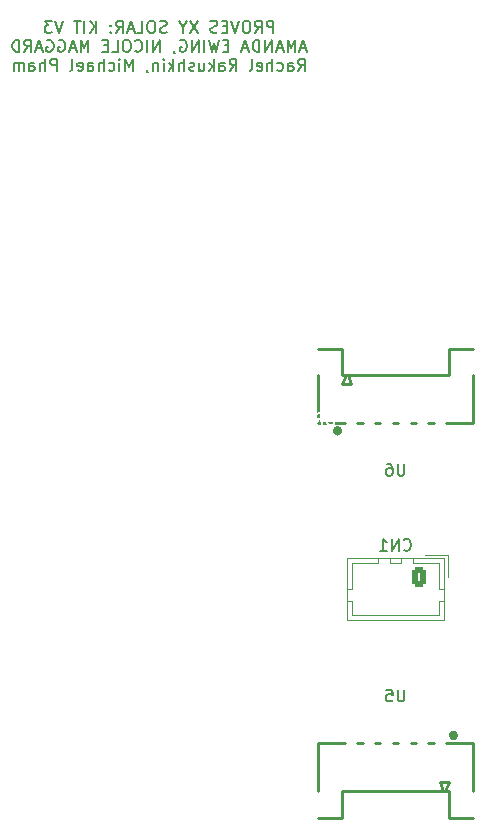
<source format=gbr>
%TF.GenerationSoftware,KiCad,Pcbnew,9.0.0*%
%TF.CreationDate,2025-09-01T12:08:50-07:00*%
%TF.ProjectId,XY_Faces_V3,58595f46-6163-4657-935f-56332e6b6963,3.0*%
%TF.SameCoordinates,Original*%
%TF.FileFunction,Legend,Bot*%
%TF.FilePolarity,Positive*%
%FSLAX46Y46*%
G04 Gerber Fmt 4.6, Leading zero omitted, Abs format (unit mm)*
G04 Created by KiCad (PCBNEW 9.0.0) date 2025-09-01 12:08:50*
%MOMM*%
%LPD*%
G01*
G04 APERTURE LIST*
G04 Aperture macros list*
%AMRoundRect*
0 Rectangle with rounded corners*
0 $1 Rounding radius*
0 $2 $3 $4 $5 $6 $7 $8 $9 X,Y pos of 4 corners*
0 Add a 4 corners polygon primitive as box body*
4,1,4,$2,$3,$4,$5,$6,$7,$8,$9,$2,$3,0*
0 Add four circle primitives for the rounded corners*
1,1,$1+$1,$2,$3*
1,1,$1+$1,$4,$5*
1,1,$1+$1,$6,$7*
1,1,$1+$1,$8,$9*
0 Add four rect primitives between the rounded corners*
20,1,$1+$1,$2,$3,$4,$5,0*
20,1,$1+$1,$4,$5,$6,$7,0*
20,1,$1+$1,$6,$7,$8,$9,0*
20,1,$1+$1,$8,$9,$2,$3,0*%
G04 Aperture macros list end*
%ADD10C,0.150000*%
%ADD11C,0.250000*%
%ADD12C,0.400000*%
%ADD13C,0.120000*%
%ADD14C,0.000000*%
%ADD15R,1.250000X1.800000*%
%ADD16R,0.600000X1.500000*%
%ADD17C,5.700000*%
%ADD18RoundRect,0.250000X0.350000X0.575000X-0.350000X0.575000X-0.350000X-0.575000X0.350000X-0.575000X0*%
%ADD19O,1.200000X1.650000*%
G04 APERTURE END LIST*
D10*
X134166666Y-67644875D02*
X134166666Y-66644875D01*
X134166666Y-66644875D02*
X133785714Y-66644875D01*
X133785714Y-66644875D02*
X133690476Y-66692494D01*
X133690476Y-66692494D02*
X133642857Y-66740113D01*
X133642857Y-66740113D02*
X133595238Y-66835351D01*
X133595238Y-66835351D02*
X133595238Y-66978208D01*
X133595238Y-66978208D02*
X133642857Y-67073446D01*
X133642857Y-67073446D02*
X133690476Y-67121065D01*
X133690476Y-67121065D02*
X133785714Y-67168684D01*
X133785714Y-67168684D02*
X134166666Y-67168684D01*
X132595238Y-67644875D02*
X132928571Y-67168684D01*
X133166666Y-67644875D02*
X133166666Y-66644875D01*
X133166666Y-66644875D02*
X132785714Y-66644875D01*
X132785714Y-66644875D02*
X132690476Y-66692494D01*
X132690476Y-66692494D02*
X132642857Y-66740113D01*
X132642857Y-66740113D02*
X132595238Y-66835351D01*
X132595238Y-66835351D02*
X132595238Y-66978208D01*
X132595238Y-66978208D02*
X132642857Y-67073446D01*
X132642857Y-67073446D02*
X132690476Y-67121065D01*
X132690476Y-67121065D02*
X132785714Y-67168684D01*
X132785714Y-67168684D02*
X133166666Y-67168684D01*
X131976190Y-66644875D02*
X131785714Y-66644875D01*
X131785714Y-66644875D02*
X131690476Y-66692494D01*
X131690476Y-66692494D02*
X131595238Y-66787732D01*
X131595238Y-66787732D02*
X131547619Y-66978208D01*
X131547619Y-66978208D02*
X131547619Y-67311541D01*
X131547619Y-67311541D02*
X131595238Y-67502017D01*
X131595238Y-67502017D02*
X131690476Y-67597256D01*
X131690476Y-67597256D02*
X131785714Y-67644875D01*
X131785714Y-67644875D02*
X131976190Y-67644875D01*
X131976190Y-67644875D02*
X132071428Y-67597256D01*
X132071428Y-67597256D02*
X132166666Y-67502017D01*
X132166666Y-67502017D02*
X132214285Y-67311541D01*
X132214285Y-67311541D02*
X132214285Y-66978208D01*
X132214285Y-66978208D02*
X132166666Y-66787732D01*
X132166666Y-66787732D02*
X132071428Y-66692494D01*
X132071428Y-66692494D02*
X131976190Y-66644875D01*
X131261904Y-66644875D02*
X130928571Y-67644875D01*
X130928571Y-67644875D02*
X130595238Y-66644875D01*
X130261904Y-67121065D02*
X129928571Y-67121065D01*
X129785714Y-67644875D02*
X130261904Y-67644875D01*
X130261904Y-67644875D02*
X130261904Y-66644875D01*
X130261904Y-66644875D02*
X129785714Y-66644875D01*
X129404761Y-67597256D02*
X129261904Y-67644875D01*
X129261904Y-67644875D02*
X129023809Y-67644875D01*
X129023809Y-67644875D02*
X128928571Y-67597256D01*
X128928571Y-67597256D02*
X128880952Y-67549636D01*
X128880952Y-67549636D02*
X128833333Y-67454398D01*
X128833333Y-67454398D02*
X128833333Y-67359160D01*
X128833333Y-67359160D02*
X128880952Y-67263922D01*
X128880952Y-67263922D02*
X128928571Y-67216303D01*
X128928571Y-67216303D02*
X129023809Y-67168684D01*
X129023809Y-67168684D02*
X129214285Y-67121065D01*
X129214285Y-67121065D02*
X129309523Y-67073446D01*
X129309523Y-67073446D02*
X129357142Y-67025827D01*
X129357142Y-67025827D02*
X129404761Y-66930589D01*
X129404761Y-66930589D02*
X129404761Y-66835351D01*
X129404761Y-66835351D02*
X129357142Y-66740113D01*
X129357142Y-66740113D02*
X129309523Y-66692494D01*
X129309523Y-66692494D02*
X129214285Y-66644875D01*
X129214285Y-66644875D02*
X128976190Y-66644875D01*
X128976190Y-66644875D02*
X128833333Y-66692494D01*
X127738094Y-66644875D02*
X127071428Y-67644875D01*
X127071428Y-66644875D02*
X127738094Y-67644875D01*
X126499999Y-67168684D02*
X126499999Y-67644875D01*
X126833332Y-66644875D02*
X126499999Y-67168684D01*
X126499999Y-67168684D02*
X126166666Y-66644875D01*
X125119046Y-67597256D02*
X124976189Y-67644875D01*
X124976189Y-67644875D02*
X124738094Y-67644875D01*
X124738094Y-67644875D02*
X124642856Y-67597256D01*
X124642856Y-67597256D02*
X124595237Y-67549636D01*
X124595237Y-67549636D02*
X124547618Y-67454398D01*
X124547618Y-67454398D02*
X124547618Y-67359160D01*
X124547618Y-67359160D02*
X124595237Y-67263922D01*
X124595237Y-67263922D02*
X124642856Y-67216303D01*
X124642856Y-67216303D02*
X124738094Y-67168684D01*
X124738094Y-67168684D02*
X124928570Y-67121065D01*
X124928570Y-67121065D02*
X125023808Y-67073446D01*
X125023808Y-67073446D02*
X125071427Y-67025827D01*
X125071427Y-67025827D02*
X125119046Y-66930589D01*
X125119046Y-66930589D02*
X125119046Y-66835351D01*
X125119046Y-66835351D02*
X125071427Y-66740113D01*
X125071427Y-66740113D02*
X125023808Y-66692494D01*
X125023808Y-66692494D02*
X124928570Y-66644875D01*
X124928570Y-66644875D02*
X124690475Y-66644875D01*
X124690475Y-66644875D02*
X124547618Y-66692494D01*
X123928570Y-66644875D02*
X123738094Y-66644875D01*
X123738094Y-66644875D02*
X123642856Y-66692494D01*
X123642856Y-66692494D02*
X123547618Y-66787732D01*
X123547618Y-66787732D02*
X123499999Y-66978208D01*
X123499999Y-66978208D02*
X123499999Y-67311541D01*
X123499999Y-67311541D02*
X123547618Y-67502017D01*
X123547618Y-67502017D02*
X123642856Y-67597256D01*
X123642856Y-67597256D02*
X123738094Y-67644875D01*
X123738094Y-67644875D02*
X123928570Y-67644875D01*
X123928570Y-67644875D02*
X124023808Y-67597256D01*
X124023808Y-67597256D02*
X124119046Y-67502017D01*
X124119046Y-67502017D02*
X124166665Y-67311541D01*
X124166665Y-67311541D02*
X124166665Y-66978208D01*
X124166665Y-66978208D02*
X124119046Y-66787732D01*
X124119046Y-66787732D02*
X124023808Y-66692494D01*
X124023808Y-66692494D02*
X123928570Y-66644875D01*
X122595237Y-67644875D02*
X123071427Y-67644875D01*
X123071427Y-67644875D02*
X123071427Y-66644875D01*
X122309522Y-67359160D02*
X121833332Y-67359160D01*
X122404760Y-67644875D02*
X122071427Y-66644875D01*
X122071427Y-66644875D02*
X121738094Y-67644875D01*
X120833332Y-67644875D02*
X121166665Y-67168684D01*
X121404760Y-67644875D02*
X121404760Y-66644875D01*
X121404760Y-66644875D02*
X121023808Y-66644875D01*
X121023808Y-66644875D02*
X120928570Y-66692494D01*
X120928570Y-66692494D02*
X120880951Y-66740113D01*
X120880951Y-66740113D02*
X120833332Y-66835351D01*
X120833332Y-66835351D02*
X120833332Y-66978208D01*
X120833332Y-66978208D02*
X120880951Y-67073446D01*
X120880951Y-67073446D02*
X120928570Y-67121065D01*
X120928570Y-67121065D02*
X121023808Y-67168684D01*
X121023808Y-67168684D02*
X121404760Y-67168684D01*
X120404760Y-67549636D02*
X120357141Y-67597256D01*
X120357141Y-67597256D02*
X120404760Y-67644875D01*
X120404760Y-67644875D02*
X120452379Y-67597256D01*
X120452379Y-67597256D02*
X120404760Y-67549636D01*
X120404760Y-67549636D02*
X120404760Y-67644875D01*
X120404760Y-67025827D02*
X120357141Y-67073446D01*
X120357141Y-67073446D02*
X120404760Y-67121065D01*
X120404760Y-67121065D02*
X120452379Y-67073446D01*
X120452379Y-67073446D02*
X120404760Y-67025827D01*
X120404760Y-67025827D02*
X120404760Y-67121065D01*
X119166665Y-67644875D02*
X119166665Y-66644875D01*
X118595237Y-67644875D02*
X119023808Y-67073446D01*
X118595237Y-66644875D02*
X119166665Y-67216303D01*
X118166665Y-67644875D02*
X118166665Y-66644875D01*
X117833332Y-66644875D02*
X117261904Y-66644875D01*
X117547618Y-67644875D02*
X117547618Y-66644875D01*
X116309522Y-66644875D02*
X115976189Y-67644875D01*
X115976189Y-67644875D02*
X115642856Y-66644875D01*
X115404760Y-66644875D02*
X114785713Y-66644875D01*
X114785713Y-66644875D02*
X115119046Y-67025827D01*
X115119046Y-67025827D02*
X114976189Y-67025827D01*
X114976189Y-67025827D02*
X114880951Y-67073446D01*
X114880951Y-67073446D02*
X114833332Y-67121065D01*
X114833332Y-67121065D02*
X114785713Y-67216303D01*
X114785713Y-67216303D02*
X114785713Y-67454398D01*
X114785713Y-67454398D02*
X114833332Y-67549636D01*
X114833332Y-67549636D02*
X114880951Y-67597256D01*
X114880951Y-67597256D02*
X114976189Y-67644875D01*
X114976189Y-67644875D02*
X115261903Y-67644875D01*
X115261903Y-67644875D02*
X115357141Y-67597256D01*
X115357141Y-67597256D02*
X115404760Y-67549636D01*
X136928570Y-68969104D02*
X136452380Y-68969104D01*
X137023808Y-69254819D02*
X136690475Y-68254819D01*
X136690475Y-68254819D02*
X136357142Y-69254819D01*
X136023808Y-69254819D02*
X136023808Y-68254819D01*
X136023808Y-68254819D02*
X135690475Y-68969104D01*
X135690475Y-68969104D02*
X135357142Y-68254819D01*
X135357142Y-68254819D02*
X135357142Y-69254819D01*
X134928570Y-68969104D02*
X134452380Y-68969104D01*
X135023808Y-69254819D02*
X134690475Y-68254819D01*
X134690475Y-68254819D02*
X134357142Y-69254819D01*
X134023808Y-69254819D02*
X134023808Y-68254819D01*
X134023808Y-68254819D02*
X133452380Y-69254819D01*
X133452380Y-69254819D02*
X133452380Y-68254819D01*
X132976189Y-69254819D02*
X132976189Y-68254819D01*
X132976189Y-68254819D02*
X132738094Y-68254819D01*
X132738094Y-68254819D02*
X132595237Y-68302438D01*
X132595237Y-68302438D02*
X132499999Y-68397676D01*
X132499999Y-68397676D02*
X132452380Y-68492914D01*
X132452380Y-68492914D02*
X132404761Y-68683390D01*
X132404761Y-68683390D02*
X132404761Y-68826247D01*
X132404761Y-68826247D02*
X132452380Y-69016723D01*
X132452380Y-69016723D02*
X132499999Y-69111961D01*
X132499999Y-69111961D02*
X132595237Y-69207200D01*
X132595237Y-69207200D02*
X132738094Y-69254819D01*
X132738094Y-69254819D02*
X132976189Y-69254819D01*
X132023808Y-68969104D02*
X131547618Y-68969104D01*
X132119046Y-69254819D02*
X131785713Y-68254819D01*
X131785713Y-68254819D02*
X131452380Y-69254819D01*
X130357141Y-68731009D02*
X130023808Y-68731009D01*
X129880951Y-69254819D02*
X130357141Y-69254819D01*
X130357141Y-69254819D02*
X130357141Y-68254819D01*
X130357141Y-68254819D02*
X129880951Y-68254819D01*
X129547617Y-68254819D02*
X129309522Y-69254819D01*
X129309522Y-69254819D02*
X129119046Y-68540533D01*
X129119046Y-68540533D02*
X128928570Y-69254819D01*
X128928570Y-69254819D02*
X128690475Y-68254819D01*
X128309522Y-69254819D02*
X128309522Y-68254819D01*
X127833332Y-69254819D02*
X127833332Y-68254819D01*
X127833332Y-68254819D02*
X127261904Y-69254819D01*
X127261904Y-69254819D02*
X127261904Y-68254819D01*
X126261904Y-68302438D02*
X126357142Y-68254819D01*
X126357142Y-68254819D02*
X126499999Y-68254819D01*
X126499999Y-68254819D02*
X126642856Y-68302438D01*
X126642856Y-68302438D02*
X126738094Y-68397676D01*
X126738094Y-68397676D02*
X126785713Y-68492914D01*
X126785713Y-68492914D02*
X126833332Y-68683390D01*
X126833332Y-68683390D02*
X126833332Y-68826247D01*
X126833332Y-68826247D02*
X126785713Y-69016723D01*
X126785713Y-69016723D02*
X126738094Y-69111961D01*
X126738094Y-69111961D02*
X126642856Y-69207200D01*
X126642856Y-69207200D02*
X126499999Y-69254819D01*
X126499999Y-69254819D02*
X126404761Y-69254819D01*
X126404761Y-69254819D02*
X126261904Y-69207200D01*
X126261904Y-69207200D02*
X126214285Y-69159580D01*
X126214285Y-69159580D02*
X126214285Y-68826247D01*
X126214285Y-68826247D02*
X126404761Y-68826247D01*
X125738094Y-69207200D02*
X125738094Y-69254819D01*
X125738094Y-69254819D02*
X125785713Y-69350057D01*
X125785713Y-69350057D02*
X125833332Y-69397676D01*
X124547618Y-69254819D02*
X124547618Y-68254819D01*
X124547618Y-68254819D02*
X123976190Y-69254819D01*
X123976190Y-69254819D02*
X123976190Y-68254819D01*
X123499999Y-69254819D02*
X123499999Y-68254819D01*
X122452381Y-69159580D02*
X122500000Y-69207200D01*
X122500000Y-69207200D02*
X122642857Y-69254819D01*
X122642857Y-69254819D02*
X122738095Y-69254819D01*
X122738095Y-69254819D02*
X122880952Y-69207200D01*
X122880952Y-69207200D02*
X122976190Y-69111961D01*
X122976190Y-69111961D02*
X123023809Y-69016723D01*
X123023809Y-69016723D02*
X123071428Y-68826247D01*
X123071428Y-68826247D02*
X123071428Y-68683390D01*
X123071428Y-68683390D02*
X123023809Y-68492914D01*
X123023809Y-68492914D02*
X122976190Y-68397676D01*
X122976190Y-68397676D02*
X122880952Y-68302438D01*
X122880952Y-68302438D02*
X122738095Y-68254819D01*
X122738095Y-68254819D02*
X122642857Y-68254819D01*
X122642857Y-68254819D02*
X122500000Y-68302438D01*
X122500000Y-68302438D02*
X122452381Y-68350057D01*
X121833333Y-68254819D02*
X121642857Y-68254819D01*
X121642857Y-68254819D02*
X121547619Y-68302438D01*
X121547619Y-68302438D02*
X121452381Y-68397676D01*
X121452381Y-68397676D02*
X121404762Y-68588152D01*
X121404762Y-68588152D02*
X121404762Y-68921485D01*
X121404762Y-68921485D02*
X121452381Y-69111961D01*
X121452381Y-69111961D02*
X121547619Y-69207200D01*
X121547619Y-69207200D02*
X121642857Y-69254819D01*
X121642857Y-69254819D02*
X121833333Y-69254819D01*
X121833333Y-69254819D02*
X121928571Y-69207200D01*
X121928571Y-69207200D02*
X122023809Y-69111961D01*
X122023809Y-69111961D02*
X122071428Y-68921485D01*
X122071428Y-68921485D02*
X122071428Y-68588152D01*
X122071428Y-68588152D02*
X122023809Y-68397676D01*
X122023809Y-68397676D02*
X121928571Y-68302438D01*
X121928571Y-68302438D02*
X121833333Y-68254819D01*
X120500000Y-69254819D02*
X120976190Y-69254819D01*
X120976190Y-69254819D02*
X120976190Y-68254819D01*
X120166666Y-68731009D02*
X119833333Y-68731009D01*
X119690476Y-69254819D02*
X120166666Y-69254819D01*
X120166666Y-69254819D02*
X120166666Y-68254819D01*
X120166666Y-68254819D02*
X119690476Y-68254819D01*
X118499999Y-69254819D02*
X118499999Y-68254819D01*
X118499999Y-68254819D02*
X118166666Y-68969104D01*
X118166666Y-68969104D02*
X117833333Y-68254819D01*
X117833333Y-68254819D02*
X117833333Y-69254819D01*
X117404761Y-68969104D02*
X116928571Y-68969104D01*
X117499999Y-69254819D02*
X117166666Y-68254819D01*
X117166666Y-68254819D02*
X116833333Y-69254819D01*
X115976190Y-68302438D02*
X116071428Y-68254819D01*
X116071428Y-68254819D02*
X116214285Y-68254819D01*
X116214285Y-68254819D02*
X116357142Y-68302438D01*
X116357142Y-68302438D02*
X116452380Y-68397676D01*
X116452380Y-68397676D02*
X116499999Y-68492914D01*
X116499999Y-68492914D02*
X116547618Y-68683390D01*
X116547618Y-68683390D02*
X116547618Y-68826247D01*
X116547618Y-68826247D02*
X116499999Y-69016723D01*
X116499999Y-69016723D02*
X116452380Y-69111961D01*
X116452380Y-69111961D02*
X116357142Y-69207200D01*
X116357142Y-69207200D02*
X116214285Y-69254819D01*
X116214285Y-69254819D02*
X116119047Y-69254819D01*
X116119047Y-69254819D02*
X115976190Y-69207200D01*
X115976190Y-69207200D02*
X115928571Y-69159580D01*
X115928571Y-69159580D02*
X115928571Y-68826247D01*
X115928571Y-68826247D02*
X116119047Y-68826247D01*
X114976190Y-68302438D02*
X115071428Y-68254819D01*
X115071428Y-68254819D02*
X115214285Y-68254819D01*
X115214285Y-68254819D02*
X115357142Y-68302438D01*
X115357142Y-68302438D02*
X115452380Y-68397676D01*
X115452380Y-68397676D02*
X115499999Y-68492914D01*
X115499999Y-68492914D02*
X115547618Y-68683390D01*
X115547618Y-68683390D02*
X115547618Y-68826247D01*
X115547618Y-68826247D02*
X115499999Y-69016723D01*
X115499999Y-69016723D02*
X115452380Y-69111961D01*
X115452380Y-69111961D02*
X115357142Y-69207200D01*
X115357142Y-69207200D02*
X115214285Y-69254819D01*
X115214285Y-69254819D02*
X115119047Y-69254819D01*
X115119047Y-69254819D02*
X114976190Y-69207200D01*
X114976190Y-69207200D02*
X114928571Y-69159580D01*
X114928571Y-69159580D02*
X114928571Y-68826247D01*
X114928571Y-68826247D02*
X115119047Y-68826247D01*
X114547618Y-68969104D02*
X114071428Y-68969104D01*
X114642856Y-69254819D02*
X114309523Y-68254819D01*
X114309523Y-68254819D02*
X113976190Y-69254819D01*
X113071428Y-69254819D02*
X113404761Y-68778628D01*
X113642856Y-69254819D02*
X113642856Y-68254819D01*
X113642856Y-68254819D02*
X113261904Y-68254819D01*
X113261904Y-68254819D02*
X113166666Y-68302438D01*
X113166666Y-68302438D02*
X113119047Y-68350057D01*
X113119047Y-68350057D02*
X113071428Y-68445295D01*
X113071428Y-68445295D02*
X113071428Y-68588152D01*
X113071428Y-68588152D02*
X113119047Y-68683390D01*
X113119047Y-68683390D02*
X113166666Y-68731009D01*
X113166666Y-68731009D02*
X113261904Y-68778628D01*
X113261904Y-68778628D02*
X113642856Y-68778628D01*
X112642856Y-69254819D02*
X112642856Y-68254819D01*
X112642856Y-68254819D02*
X112404761Y-68254819D01*
X112404761Y-68254819D02*
X112261904Y-68302438D01*
X112261904Y-68302438D02*
X112166666Y-68397676D01*
X112166666Y-68397676D02*
X112119047Y-68492914D01*
X112119047Y-68492914D02*
X112071428Y-68683390D01*
X112071428Y-68683390D02*
X112071428Y-68826247D01*
X112071428Y-68826247D02*
X112119047Y-69016723D01*
X112119047Y-69016723D02*
X112166666Y-69111961D01*
X112166666Y-69111961D02*
X112261904Y-69207200D01*
X112261904Y-69207200D02*
X112404761Y-69254819D01*
X112404761Y-69254819D02*
X112642856Y-69254819D01*
X136261905Y-70864763D02*
X136595238Y-70388572D01*
X136833333Y-70864763D02*
X136833333Y-69864763D01*
X136833333Y-69864763D02*
X136452381Y-69864763D01*
X136452381Y-69864763D02*
X136357143Y-69912382D01*
X136357143Y-69912382D02*
X136309524Y-69960001D01*
X136309524Y-69960001D02*
X136261905Y-70055239D01*
X136261905Y-70055239D02*
X136261905Y-70198096D01*
X136261905Y-70198096D02*
X136309524Y-70293334D01*
X136309524Y-70293334D02*
X136357143Y-70340953D01*
X136357143Y-70340953D02*
X136452381Y-70388572D01*
X136452381Y-70388572D02*
X136833333Y-70388572D01*
X135404762Y-70864763D02*
X135404762Y-70340953D01*
X135404762Y-70340953D02*
X135452381Y-70245715D01*
X135452381Y-70245715D02*
X135547619Y-70198096D01*
X135547619Y-70198096D02*
X135738095Y-70198096D01*
X135738095Y-70198096D02*
X135833333Y-70245715D01*
X135404762Y-70817144D02*
X135500000Y-70864763D01*
X135500000Y-70864763D02*
X135738095Y-70864763D01*
X135738095Y-70864763D02*
X135833333Y-70817144D01*
X135833333Y-70817144D02*
X135880952Y-70721905D01*
X135880952Y-70721905D02*
X135880952Y-70626667D01*
X135880952Y-70626667D02*
X135833333Y-70531429D01*
X135833333Y-70531429D02*
X135738095Y-70483810D01*
X135738095Y-70483810D02*
X135500000Y-70483810D01*
X135500000Y-70483810D02*
X135404762Y-70436191D01*
X134500000Y-70817144D02*
X134595238Y-70864763D01*
X134595238Y-70864763D02*
X134785714Y-70864763D01*
X134785714Y-70864763D02*
X134880952Y-70817144D01*
X134880952Y-70817144D02*
X134928571Y-70769524D01*
X134928571Y-70769524D02*
X134976190Y-70674286D01*
X134976190Y-70674286D02*
X134976190Y-70388572D01*
X134976190Y-70388572D02*
X134928571Y-70293334D01*
X134928571Y-70293334D02*
X134880952Y-70245715D01*
X134880952Y-70245715D02*
X134785714Y-70198096D01*
X134785714Y-70198096D02*
X134595238Y-70198096D01*
X134595238Y-70198096D02*
X134500000Y-70245715D01*
X134071428Y-70864763D02*
X134071428Y-69864763D01*
X133642857Y-70864763D02*
X133642857Y-70340953D01*
X133642857Y-70340953D02*
X133690476Y-70245715D01*
X133690476Y-70245715D02*
X133785714Y-70198096D01*
X133785714Y-70198096D02*
X133928571Y-70198096D01*
X133928571Y-70198096D02*
X134023809Y-70245715D01*
X134023809Y-70245715D02*
X134071428Y-70293334D01*
X132785714Y-70817144D02*
X132880952Y-70864763D01*
X132880952Y-70864763D02*
X133071428Y-70864763D01*
X133071428Y-70864763D02*
X133166666Y-70817144D01*
X133166666Y-70817144D02*
X133214285Y-70721905D01*
X133214285Y-70721905D02*
X133214285Y-70340953D01*
X133214285Y-70340953D02*
X133166666Y-70245715D01*
X133166666Y-70245715D02*
X133071428Y-70198096D01*
X133071428Y-70198096D02*
X132880952Y-70198096D01*
X132880952Y-70198096D02*
X132785714Y-70245715D01*
X132785714Y-70245715D02*
X132738095Y-70340953D01*
X132738095Y-70340953D02*
X132738095Y-70436191D01*
X132738095Y-70436191D02*
X133214285Y-70531429D01*
X132166666Y-70864763D02*
X132261904Y-70817144D01*
X132261904Y-70817144D02*
X132309523Y-70721905D01*
X132309523Y-70721905D02*
X132309523Y-69864763D01*
X130452380Y-70864763D02*
X130785713Y-70388572D01*
X131023808Y-70864763D02*
X131023808Y-69864763D01*
X131023808Y-69864763D02*
X130642856Y-69864763D01*
X130642856Y-69864763D02*
X130547618Y-69912382D01*
X130547618Y-69912382D02*
X130499999Y-69960001D01*
X130499999Y-69960001D02*
X130452380Y-70055239D01*
X130452380Y-70055239D02*
X130452380Y-70198096D01*
X130452380Y-70198096D02*
X130499999Y-70293334D01*
X130499999Y-70293334D02*
X130547618Y-70340953D01*
X130547618Y-70340953D02*
X130642856Y-70388572D01*
X130642856Y-70388572D02*
X131023808Y-70388572D01*
X129595237Y-70864763D02*
X129595237Y-70340953D01*
X129595237Y-70340953D02*
X129642856Y-70245715D01*
X129642856Y-70245715D02*
X129738094Y-70198096D01*
X129738094Y-70198096D02*
X129928570Y-70198096D01*
X129928570Y-70198096D02*
X130023808Y-70245715D01*
X129595237Y-70817144D02*
X129690475Y-70864763D01*
X129690475Y-70864763D02*
X129928570Y-70864763D01*
X129928570Y-70864763D02*
X130023808Y-70817144D01*
X130023808Y-70817144D02*
X130071427Y-70721905D01*
X130071427Y-70721905D02*
X130071427Y-70626667D01*
X130071427Y-70626667D02*
X130023808Y-70531429D01*
X130023808Y-70531429D02*
X129928570Y-70483810D01*
X129928570Y-70483810D02*
X129690475Y-70483810D01*
X129690475Y-70483810D02*
X129595237Y-70436191D01*
X129119046Y-70864763D02*
X129119046Y-69864763D01*
X129023808Y-70483810D02*
X128738094Y-70864763D01*
X128738094Y-70198096D02*
X129119046Y-70579048D01*
X127880951Y-70198096D02*
X127880951Y-70864763D01*
X128309522Y-70198096D02*
X128309522Y-70721905D01*
X128309522Y-70721905D02*
X128261903Y-70817144D01*
X128261903Y-70817144D02*
X128166665Y-70864763D01*
X128166665Y-70864763D02*
X128023808Y-70864763D01*
X128023808Y-70864763D02*
X127928570Y-70817144D01*
X127928570Y-70817144D02*
X127880951Y-70769524D01*
X127452379Y-70817144D02*
X127357141Y-70864763D01*
X127357141Y-70864763D02*
X127166665Y-70864763D01*
X127166665Y-70864763D02*
X127071427Y-70817144D01*
X127071427Y-70817144D02*
X127023808Y-70721905D01*
X127023808Y-70721905D02*
X127023808Y-70674286D01*
X127023808Y-70674286D02*
X127071427Y-70579048D01*
X127071427Y-70579048D02*
X127166665Y-70531429D01*
X127166665Y-70531429D02*
X127309522Y-70531429D01*
X127309522Y-70531429D02*
X127404760Y-70483810D01*
X127404760Y-70483810D02*
X127452379Y-70388572D01*
X127452379Y-70388572D02*
X127452379Y-70340953D01*
X127452379Y-70340953D02*
X127404760Y-70245715D01*
X127404760Y-70245715D02*
X127309522Y-70198096D01*
X127309522Y-70198096D02*
X127166665Y-70198096D01*
X127166665Y-70198096D02*
X127071427Y-70245715D01*
X126595236Y-70864763D02*
X126595236Y-69864763D01*
X126166665Y-70864763D02*
X126166665Y-70340953D01*
X126166665Y-70340953D02*
X126214284Y-70245715D01*
X126214284Y-70245715D02*
X126309522Y-70198096D01*
X126309522Y-70198096D02*
X126452379Y-70198096D01*
X126452379Y-70198096D02*
X126547617Y-70245715D01*
X126547617Y-70245715D02*
X126595236Y-70293334D01*
X125690474Y-70864763D02*
X125690474Y-69864763D01*
X125595236Y-70483810D02*
X125309522Y-70864763D01*
X125309522Y-70198096D02*
X125690474Y-70579048D01*
X124880950Y-70864763D02*
X124880950Y-70198096D01*
X124880950Y-69864763D02*
X124928569Y-69912382D01*
X124928569Y-69912382D02*
X124880950Y-69960001D01*
X124880950Y-69960001D02*
X124833331Y-69912382D01*
X124833331Y-69912382D02*
X124880950Y-69864763D01*
X124880950Y-69864763D02*
X124880950Y-69960001D01*
X124404760Y-70198096D02*
X124404760Y-70864763D01*
X124404760Y-70293334D02*
X124357141Y-70245715D01*
X124357141Y-70245715D02*
X124261903Y-70198096D01*
X124261903Y-70198096D02*
X124119046Y-70198096D01*
X124119046Y-70198096D02*
X124023808Y-70245715D01*
X124023808Y-70245715D02*
X123976189Y-70340953D01*
X123976189Y-70340953D02*
X123976189Y-70864763D01*
X123452379Y-70817144D02*
X123452379Y-70864763D01*
X123452379Y-70864763D02*
X123499998Y-70960001D01*
X123499998Y-70960001D02*
X123547617Y-71007620D01*
X122261903Y-70864763D02*
X122261903Y-69864763D01*
X122261903Y-69864763D02*
X121928570Y-70579048D01*
X121928570Y-70579048D02*
X121595237Y-69864763D01*
X121595237Y-69864763D02*
X121595237Y-70864763D01*
X121119046Y-70864763D02*
X121119046Y-70198096D01*
X121119046Y-69864763D02*
X121166665Y-69912382D01*
X121166665Y-69912382D02*
X121119046Y-69960001D01*
X121119046Y-69960001D02*
X121071427Y-69912382D01*
X121071427Y-69912382D02*
X121119046Y-69864763D01*
X121119046Y-69864763D02*
X121119046Y-69960001D01*
X120214285Y-70817144D02*
X120309523Y-70864763D01*
X120309523Y-70864763D02*
X120499999Y-70864763D01*
X120499999Y-70864763D02*
X120595237Y-70817144D01*
X120595237Y-70817144D02*
X120642856Y-70769524D01*
X120642856Y-70769524D02*
X120690475Y-70674286D01*
X120690475Y-70674286D02*
X120690475Y-70388572D01*
X120690475Y-70388572D02*
X120642856Y-70293334D01*
X120642856Y-70293334D02*
X120595237Y-70245715D01*
X120595237Y-70245715D02*
X120499999Y-70198096D01*
X120499999Y-70198096D02*
X120309523Y-70198096D01*
X120309523Y-70198096D02*
X120214285Y-70245715D01*
X119785713Y-70864763D02*
X119785713Y-69864763D01*
X119357142Y-70864763D02*
X119357142Y-70340953D01*
X119357142Y-70340953D02*
X119404761Y-70245715D01*
X119404761Y-70245715D02*
X119499999Y-70198096D01*
X119499999Y-70198096D02*
X119642856Y-70198096D01*
X119642856Y-70198096D02*
X119738094Y-70245715D01*
X119738094Y-70245715D02*
X119785713Y-70293334D01*
X118452380Y-70864763D02*
X118452380Y-70340953D01*
X118452380Y-70340953D02*
X118499999Y-70245715D01*
X118499999Y-70245715D02*
X118595237Y-70198096D01*
X118595237Y-70198096D02*
X118785713Y-70198096D01*
X118785713Y-70198096D02*
X118880951Y-70245715D01*
X118452380Y-70817144D02*
X118547618Y-70864763D01*
X118547618Y-70864763D02*
X118785713Y-70864763D01*
X118785713Y-70864763D02*
X118880951Y-70817144D01*
X118880951Y-70817144D02*
X118928570Y-70721905D01*
X118928570Y-70721905D02*
X118928570Y-70626667D01*
X118928570Y-70626667D02*
X118880951Y-70531429D01*
X118880951Y-70531429D02*
X118785713Y-70483810D01*
X118785713Y-70483810D02*
X118547618Y-70483810D01*
X118547618Y-70483810D02*
X118452380Y-70436191D01*
X117595237Y-70817144D02*
X117690475Y-70864763D01*
X117690475Y-70864763D02*
X117880951Y-70864763D01*
X117880951Y-70864763D02*
X117976189Y-70817144D01*
X117976189Y-70817144D02*
X118023808Y-70721905D01*
X118023808Y-70721905D02*
X118023808Y-70340953D01*
X118023808Y-70340953D02*
X117976189Y-70245715D01*
X117976189Y-70245715D02*
X117880951Y-70198096D01*
X117880951Y-70198096D02*
X117690475Y-70198096D01*
X117690475Y-70198096D02*
X117595237Y-70245715D01*
X117595237Y-70245715D02*
X117547618Y-70340953D01*
X117547618Y-70340953D02*
X117547618Y-70436191D01*
X117547618Y-70436191D02*
X118023808Y-70531429D01*
X116976189Y-70864763D02*
X117071427Y-70817144D01*
X117071427Y-70817144D02*
X117119046Y-70721905D01*
X117119046Y-70721905D02*
X117119046Y-69864763D01*
X115833331Y-70864763D02*
X115833331Y-69864763D01*
X115833331Y-69864763D02*
X115452379Y-69864763D01*
X115452379Y-69864763D02*
X115357141Y-69912382D01*
X115357141Y-69912382D02*
X115309522Y-69960001D01*
X115309522Y-69960001D02*
X115261903Y-70055239D01*
X115261903Y-70055239D02*
X115261903Y-70198096D01*
X115261903Y-70198096D02*
X115309522Y-70293334D01*
X115309522Y-70293334D02*
X115357141Y-70340953D01*
X115357141Y-70340953D02*
X115452379Y-70388572D01*
X115452379Y-70388572D02*
X115833331Y-70388572D01*
X114833331Y-70864763D02*
X114833331Y-69864763D01*
X114404760Y-70864763D02*
X114404760Y-70340953D01*
X114404760Y-70340953D02*
X114452379Y-70245715D01*
X114452379Y-70245715D02*
X114547617Y-70198096D01*
X114547617Y-70198096D02*
X114690474Y-70198096D01*
X114690474Y-70198096D02*
X114785712Y-70245715D01*
X114785712Y-70245715D02*
X114833331Y-70293334D01*
X113499998Y-70864763D02*
X113499998Y-70340953D01*
X113499998Y-70340953D02*
X113547617Y-70245715D01*
X113547617Y-70245715D02*
X113642855Y-70198096D01*
X113642855Y-70198096D02*
X113833331Y-70198096D01*
X113833331Y-70198096D02*
X113928569Y-70245715D01*
X113499998Y-70817144D02*
X113595236Y-70864763D01*
X113595236Y-70864763D02*
X113833331Y-70864763D01*
X113833331Y-70864763D02*
X113928569Y-70817144D01*
X113928569Y-70817144D02*
X113976188Y-70721905D01*
X113976188Y-70721905D02*
X113976188Y-70626667D01*
X113976188Y-70626667D02*
X113928569Y-70531429D01*
X113928569Y-70531429D02*
X113833331Y-70483810D01*
X113833331Y-70483810D02*
X113595236Y-70483810D01*
X113595236Y-70483810D02*
X113499998Y-70436191D01*
X113023807Y-70864763D02*
X113023807Y-70198096D01*
X113023807Y-70293334D02*
X112976188Y-70245715D01*
X112976188Y-70245715D02*
X112880950Y-70198096D01*
X112880950Y-70198096D02*
X112738093Y-70198096D01*
X112738093Y-70198096D02*
X112642855Y-70245715D01*
X112642855Y-70245715D02*
X112595236Y-70340953D01*
X112595236Y-70340953D02*
X112595236Y-70864763D01*
X112595236Y-70340953D02*
X112547617Y-70245715D01*
X112547617Y-70245715D02*
X112452379Y-70198096D01*
X112452379Y-70198096D02*
X112309522Y-70198096D01*
X112309522Y-70198096D02*
X112214283Y-70245715D01*
X112214283Y-70245715D02*
X112166664Y-70340953D01*
X112166664Y-70340953D02*
X112166664Y-70864763D01*
X145261904Y-104144819D02*
X145261904Y-104954342D01*
X145261904Y-104954342D02*
X145214285Y-105049580D01*
X145214285Y-105049580D02*
X145166666Y-105097200D01*
X145166666Y-105097200D02*
X145071428Y-105144819D01*
X145071428Y-105144819D02*
X144880952Y-105144819D01*
X144880952Y-105144819D02*
X144785714Y-105097200D01*
X144785714Y-105097200D02*
X144738095Y-105049580D01*
X144738095Y-105049580D02*
X144690476Y-104954342D01*
X144690476Y-104954342D02*
X144690476Y-104144819D01*
X143785714Y-104144819D02*
X143976190Y-104144819D01*
X143976190Y-104144819D02*
X144071428Y-104192438D01*
X144071428Y-104192438D02*
X144119047Y-104240057D01*
X144119047Y-104240057D02*
X144214285Y-104382914D01*
X144214285Y-104382914D02*
X144261904Y-104573390D01*
X144261904Y-104573390D02*
X144261904Y-104954342D01*
X144261904Y-104954342D02*
X144214285Y-105049580D01*
X144214285Y-105049580D02*
X144166666Y-105097200D01*
X144166666Y-105097200D02*
X144071428Y-105144819D01*
X144071428Y-105144819D02*
X143880952Y-105144819D01*
X143880952Y-105144819D02*
X143785714Y-105097200D01*
X143785714Y-105097200D02*
X143738095Y-105049580D01*
X143738095Y-105049580D02*
X143690476Y-104954342D01*
X143690476Y-104954342D02*
X143690476Y-104716247D01*
X143690476Y-104716247D02*
X143738095Y-104621009D01*
X143738095Y-104621009D02*
X143785714Y-104573390D01*
X143785714Y-104573390D02*
X143880952Y-104525771D01*
X143880952Y-104525771D02*
X144071428Y-104525771D01*
X144071428Y-104525771D02*
X144166666Y-104573390D01*
X144166666Y-104573390D02*
X144214285Y-104621009D01*
X144214285Y-104621009D02*
X144261904Y-104716247D01*
X145261904Y-123264819D02*
X145261904Y-124074342D01*
X145261904Y-124074342D02*
X145214285Y-124169580D01*
X145214285Y-124169580D02*
X145166666Y-124217200D01*
X145166666Y-124217200D02*
X145071428Y-124264819D01*
X145071428Y-124264819D02*
X144880952Y-124264819D01*
X144880952Y-124264819D02*
X144785714Y-124217200D01*
X144785714Y-124217200D02*
X144738095Y-124169580D01*
X144738095Y-124169580D02*
X144690476Y-124074342D01*
X144690476Y-124074342D02*
X144690476Y-123264819D01*
X143738095Y-123264819D02*
X144214285Y-123264819D01*
X144214285Y-123264819D02*
X144261904Y-123741009D01*
X144261904Y-123741009D02*
X144214285Y-123693390D01*
X144214285Y-123693390D02*
X144119047Y-123645771D01*
X144119047Y-123645771D02*
X143880952Y-123645771D01*
X143880952Y-123645771D02*
X143785714Y-123693390D01*
X143785714Y-123693390D02*
X143738095Y-123741009D01*
X143738095Y-123741009D02*
X143690476Y-123836247D01*
X143690476Y-123836247D02*
X143690476Y-124074342D01*
X143690476Y-124074342D02*
X143738095Y-124169580D01*
X143738095Y-124169580D02*
X143785714Y-124217200D01*
X143785714Y-124217200D02*
X143880952Y-124264819D01*
X143880952Y-124264819D02*
X144119047Y-124264819D01*
X144119047Y-124264819D02*
X144214285Y-124217200D01*
X144214285Y-124217200D02*
X144261904Y-124169580D01*
X145190477Y-111409581D02*
X145238096Y-111457201D01*
X145238096Y-111457201D02*
X145380953Y-111504820D01*
X145380953Y-111504820D02*
X145476191Y-111504820D01*
X145476191Y-111504820D02*
X145619048Y-111457201D01*
X145619048Y-111457201D02*
X145714286Y-111361962D01*
X145714286Y-111361962D02*
X145761905Y-111266724D01*
X145761905Y-111266724D02*
X145809524Y-111076248D01*
X145809524Y-111076248D02*
X145809524Y-110933391D01*
X145809524Y-110933391D02*
X145761905Y-110742915D01*
X145761905Y-110742915D02*
X145714286Y-110647677D01*
X145714286Y-110647677D02*
X145619048Y-110552439D01*
X145619048Y-110552439D02*
X145476191Y-110504820D01*
X145476191Y-110504820D02*
X145380953Y-110504820D01*
X145380953Y-110504820D02*
X145238096Y-110552439D01*
X145238096Y-110552439D02*
X145190477Y-110600058D01*
X144761905Y-111504820D02*
X144761905Y-110504820D01*
X144761905Y-110504820D02*
X144190477Y-111504820D01*
X144190477Y-111504820D02*
X144190477Y-110504820D01*
X143190477Y-111504820D02*
X143761905Y-111504820D01*
X143476191Y-111504820D02*
X143476191Y-110504820D01*
X143476191Y-110504820D02*
X143571429Y-110647677D01*
X143571429Y-110647677D02*
X143666667Y-110742915D01*
X143666667Y-110742915D02*
X143761905Y-110790534D01*
D11*
%TO.C,U6*%
X151100000Y-94400000D02*
X149000000Y-94399999D01*
X149000000Y-94399999D02*
X149000000Y-96650000D01*
X151100000Y-100700000D02*
X151100000Y-96650000D01*
X149000000Y-96650000D02*
X140000000Y-96650000D01*
X140000000Y-96650000D02*
X140000000Y-94399999D01*
X140000000Y-94399999D02*
X137900000Y-94400000D01*
X137900000Y-100700000D02*
X137900000Y-96650000D01*
X140450000Y-96650000D02*
X140750000Y-97400000D01*
X140750000Y-97400000D02*
X140000000Y-97400000D01*
X140000000Y-97400000D02*
X140300000Y-96650000D01*
X137900000Y-100700000D02*
X140220000Y-100700001D01*
X141280000Y-100700000D02*
X141720000Y-100700000D01*
X142780000Y-100700000D02*
X143220000Y-100700000D01*
X144280000Y-100700000D02*
X144720000Y-100700000D01*
X145780000Y-100700000D02*
X146220000Y-100700000D01*
X147280000Y-100700000D02*
X147720000Y-100700000D01*
X148780000Y-100700001D02*
X151100000Y-100700000D01*
D12*
X139790000Y-101350000D02*
G75*
G02*
X139390000Y-101350000I-200000J0D01*
G01*
X139390000Y-101350000D02*
G75*
G02*
X139790000Y-101350000I200000J0D01*
G01*
%TO.C,U5*%
X149610000Y-127150000D02*
G75*
G02*
X149210000Y-127150000I-200000J0D01*
G01*
X149210000Y-127150000D02*
G75*
G02*
X149610000Y-127150000I200000J0D01*
G01*
D11*
X140220000Y-127799999D02*
X137900000Y-127800000D01*
X141720000Y-127800000D02*
X141280000Y-127800000D01*
X143220000Y-127800000D02*
X142780000Y-127800000D01*
X144720000Y-127800000D02*
X144280000Y-127800000D01*
X146220000Y-127800000D02*
X145780000Y-127800000D01*
X147720000Y-127800000D02*
X147280000Y-127800000D01*
X151100000Y-127800000D02*
X148780000Y-127799999D01*
X149000000Y-131100000D02*
X148700000Y-131850000D01*
X148250000Y-131100000D02*
X149000000Y-131100000D01*
X148550000Y-131850000D02*
X148250000Y-131100000D01*
X151100000Y-127800000D02*
X151100000Y-131850000D01*
X149000000Y-134100001D02*
X151100000Y-134100000D01*
X149000000Y-131850000D02*
X149000000Y-134100001D01*
X140000000Y-131850000D02*
X149000000Y-131850000D01*
X137900000Y-127800000D02*
X137900000Y-131850000D01*
X140000000Y-134100001D02*
X140000000Y-131850000D01*
X137900000Y-134100000D02*
X140000000Y-134100001D01*
D13*
%TO.C,CN1*%
X140400001Y-112150001D02*
X148600001Y-112150001D01*
X140400001Y-114750001D02*
X140800001Y-114750001D01*
X140400001Y-117350001D02*
X140400001Y-112150001D01*
X140800001Y-112550001D02*
X143000001Y-112550001D01*
X140800001Y-114750001D02*
X140800001Y-112550001D01*
X140800001Y-115750001D02*
X140400001Y-115750001D01*
X140800001Y-116950001D02*
X140800001Y-115750001D01*
X143000001Y-112550001D02*
X143000001Y-112150001D01*
X144000001Y-112550001D02*
X144000001Y-112150001D01*
X145000001Y-112150001D02*
X145000001Y-112550001D01*
X145000001Y-112550001D02*
X144000001Y-112550001D01*
X146000001Y-112550000D02*
X146000001Y-112150001D01*
X148200001Y-112550000D02*
X146000001Y-112550000D01*
X148200001Y-114750001D02*
X148200001Y-112550000D01*
X148200001Y-115750001D02*
X148200001Y-116950001D01*
X148200001Y-116950001D02*
X140800001Y-116950001D01*
X148600001Y-112150001D02*
X148600001Y-117350001D01*
X148600001Y-114750001D02*
X148200001Y-114750001D01*
X148600001Y-115750001D02*
X148200001Y-115750001D01*
X148600001Y-117350001D02*
X140400001Y-117350001D01*
X148910001Y-111840001D02*
X147000000Y-111840001D01*
X148910001Y-113750001D02*
X148910001Y-111840001D01*
%TD*%
%LPC*%
D10*
X138961906Y-100326037D02*
X138819049Y-100373656D01*
X138819049Y-100373656D02*
X138771430Y-100421275D01*
X138771430Y-100421275D02*
X138723811Y-100516513D01*
X138723811Y-100516513D02*
X138723811Y-100659370D01*
X138723811Y-100659370D02*
X138771430Y-100754608D01*
X138771430Y-100754608D02*
X138819049Y-100802228D01*
X138819049Y-100802228D02*
X138914287Y-100849847D01*
X138914287Y-100849847D02*
X139295239Y-100849847D01*
X139295239Y-100849847D02*
X139295239Y-99849847D01*
X139295239Y-99849847D02*
X138961906Y-99849847D01*
X138961906Y-99849847D02*
X138866668Y-99897466D01*
X138866668Y-99897466D02*
X138819049Y-99945085D01*
X138819049Y-99945085D02*
X138771430Y-100040323D01*
X138771430Y-100040323D02*
X138771430Y-100135561D01*
X138771430Y-100135561D02*
X138819049Y-100230799D01*
X138819049Y-100230799D02*
X138866668Y-100278418D01*
X138866668Y-100278418D02*
X138961906Y-100326037D01*
X138961906Y-100326037D02*
X139295239Y-100326037D01*
X137723811Y-100849847D02*
X138057144Y-100373656D01*
X138295239Y-100849847D02*
X138295239Y-99849847D01*
X138295239Y-99849847D02*
X137914287Y-99849847D01*
X137914287Y-99849847D02*
X137819049Y-99897466D01*
X137819049Y-99897466D02*
X137771430Y-99945085D01*
X137771430Y-99945085D02*
X137723811Y-100040323D01*
X137723811Y-100040323D02*
X137723811Y-100183180D01*
X137723811Y-100183180D02*
X137771430Y-100278418D01*
X137771430Y-100278418D02*
X137819049Y-100326037D01*
X137819049Y-100326037D02*
X137914287Y-100373656D01*
X137914287Y-100373656D02*
X138295239Y-100373656D01*
X137104763Y-99849847D02*
X136914287Y-99849847D01*
X136914287Y-99849847D02*
X136819049Y-99897466D01*
X136819049Y-99897466D02*
X136723811Y-99992704D01*
X136723811Y-99992704D02*
X136676192Y-100183180D01*
X136676192Y-100183180D02*
X136676192Y-100516513D01*
X136676192Y-100516513D02*
X136723811Y-100706989D01*
X136723811Y-100706989D02*
X136819049Y-100802228D01*
X136819049Y-100802228D02*
X136914287Y-100849847D01*
X136914287Y-100849847D02*
X137104763Y-100849847D01*
X137104763Y-100849847D02*
X137200001Y-100802228D01*
X137200001Y-100802228D02*
X137295239Y-100706989D01*
X137295239Y-100706989D02*
X137342858Y-100516513D01*
X137342858Y-100516513D02*
X137342858Y-100183180D01*
X137342858Y-100183180D02*
X137295239Y-99992704D01*
X137295239Y-99992704D02*
X137200001Y-99897466D01*
X137200001Y-99897466D02*
X137104763Y-99849847D01*
X136247620Y-100849847D02*
X136247620Y-99849847D01*
X136247620Y-99849847D02*
X135676192Y-100849847D01*
X135676192Y-100849847D02*
X135676192Y-99849847D01*
X134628573Y-100754608D02*
X134676192Y-100802228D01*
X134676192Y-100802228D02*
X134819049Y-100849847D01*
X134819049Y-100849847D02*
X134914287Y-100849847D01*
X134914287Y-100849847D02*
X135057144Y-100802228D01*
X135057144Y-100802228D02*
X135152382Y-100706989D01*
X135152382Y-100706989D02*
X135200001Y-100611751D01*
X135200001Y-100611751D02*
X135247620Y-100421275D01*
X135247620Y-100421275D02*
X135247620Y-100278418D01*
X135247620Y-100278418D02*
X135200001Y-100087942D01*
X135200001Y-100087942D02*
X135152382Y-99992704D01*
X135152382Y-99992704D02*
X135057144Y-99897466D01*
X135057144Y-99897466D02*
X134914287Y-99849847D01*
X134914287Y-99849847D02*
X134819049Y-99849847D01*
X134819049Y-99849847D02*
X134676192Y-99897466D01*
X134676192Y-99897466D02*
X134628573Y-99945085D01*
X134009525Y-99849847D02*
X133819049Y-99849847D01*
X133819049Y-99849847D02*
X133723811Y-99897466D01*
X133723811Y-99897466D02*
X133628573Y-99992704D01*
X133628573Y-99992704D02*
X133580954Y-100183180D01*
X133580954Y-100183180D02*
X133580954Y-100516513D01*
X133580954Y-100516513D02*
X133628573Y-100706989D01*
X133628573Y-100706989D02*
X133723811Y-100802228D01*
X133723811Y-100802228D02*
X133819049Y-100849847D01*
X133819049Y-100849847D02*
X134009525Y-100849847D01*
X134009525Y-100849847D02*
X134104763Y-100802228D01*
X134104763Y-100802228D02*
X134200001Y-100706989D01*
X134200001Y-100706989D02*
X134247620Y-100516513D01*
X134247620Y-100516513D02*
X134247620Y-100183180D01*
X134247620Y-100183180D02*
X134200001Y-99992704D01*
X134200001Y-99992704D02*
X134104763Y-99897466D01*
X134104763Y-99897466D02*
X134009525Y-99849847D01*
X132438096Y-100802228D02*
X132295239Y-100849847D01*
X132295239Y-100849847D02*
X132057144Y-100849847D01*
X132057144Y-100849847D02*
X131961906Y-100802228D01*
X131961906Y-100802228D02*
X131914287Y-100754608D01*
X131914287Y-100754608D02*
X131866668Y-100659370D01*
X131866668Y-100659370D02*
X131866668Y-100564132D01*
X131866668Y-100564132D02*
X131914287Y-100468894D01*
X131914287Y-100468894D02*
X131961906Y-100421275D01*
X131961906Y-100421275D02*
X132057144Y-100373656D01*
X132057144Y-100373656D02*
X132247620Y-100326037D01*
X132247620Y-100326037D02*
X132342858Y-100278418D01*
X132342858Y-100278418D02*
X132390477Y-100230799D01*
X132390477Y-100230799D02*
X132438096Y-100135561D01*
X132438096Y-100135561D02*
X132438096Y-100040323D01*
X132438096Y-100040323D02*
X132390477Y-99945085D01*
X132390477Y-99945085D02*
X132342858Y-99897466D01*
X132342858Y-99897466D02*
X132247620Y-99849847D01*
X132247620Y-99849847D02*
X132009525Y-99849847D01*
X132009525Y-99849847D02*
X131866668Y-99897466D01*
X131438096Y-100849847D02*
X131438096Y-99849847D01*
X131438096Y-99849847D02*
X131057144Y-99849847D01*
X131057144Y-99849847D02*
X130961906Y-99897466D01*
X130961906Y-99897466D02*
X130914287Y-99945085D01*
X130914287Y-99945085D02*
X130866668Y-100040323D01*
X130866668Y-100040323D02*
X130866668Y-100183180D01*
X130866668Y-100183180D02*
X130914287Y-100278418D01*
X130914287Y-100278418D02*
X130961906Y-100326037D01*
X130961906Y-100326037D02*
X131057144Y-100373656D01*
X131057144Y-100373656D02*
X131438096Y-100373656D01*
X130485715Y-100564132D02*
X130009525Y-100564132D01*
X130580953Y-100849847D02*
X130247620Y-99849847D01*
X130247620Y-99849847D02*
X129914287Y-100849847D01*
X129009525Y-100754608D02*
X129057144Y-100802228D01*
X129057144Y-100802228D02*
X129200001Y-100849847D01*
X129200001Y-100849847D02*
X129295239Y-100849847D01*
X129295239Y-100849847D02*
X129438096Y-100802228D01*
X129438096Y-100802228D02*
X129533334Y-100706989D01*
X129533334Y-100706989D02*
X129580953Y-100611751D01*
X129580953Y-100611751D02*
X129628572Y-100421275D01*
X129628572Y-100421275D02*
X129628572Y-100278418D01*
X129628572Y-100278418D02*
X129580953Y-100087942D01*
X129580953Y-100087942D02*
X129533334Y-99992704D01*
X129533334Y-99992704D02*
X129438096Y-99897466D01*
X129438096Y-99897466D02*
X129295239Y-99849847D01*
X129295239Y-99849847D02*
X129200001Y-99849847D01*
X129200001Y-99849847D02*
X129057144Y-99897466D01*
X129057144Y-99897466D02*
X129009525Y-99945085D01*
X128580953Y-100326037D02*
X128247620Y-100326037D01*
X128104763Y-100849847D02*
X128580953Y-100849847D01*
X128580953Y-100849847D02*
X128580953Y-99849847D01*
X128580953Y-99849847D02*
X128104763Y-99849847D01*
X126914286Y-100326037D02*
X126580953Y-100326037D01*
X126438096Y-100849847D02*
X126914286Y-100849847D01*
X126914286Y-100849847D02*
X126914286Y-99849847D01*
X126914286Y-99849847D02*
X126438096Y-99849847D01*
X125580953Y-100849847D02*
X125580953Y-99849847D01*
X125580953Y-100802228D02*
X125676191Y-100849847D01*
X125676191Y-100849847D02*
X125866667Y-100849847D01*
X125866667Y-100849847D02*
X125961905Y-100802228D01*
X125961905Y-100802228D02*
X126009524Y-100754608D01*
X126009524Y-100754608D02*
X126057143Y-100659370D01*
X126057143Y-100659370D02*
X126057143Y-100373656D01*
X126057143Y-100373656D02*
X126009524Y-100278418D01*
X126009524Y-100278418D02*
X125961905Y-100230799D01*
X125961905Y-100230799D02*
X125866667Y-100183180D01*
X125866667Y-100183180D02*
X125676191Y-100183180D01*
X125676191Y-100183180D02*
X125580953Y-100230799D01*
X124676191Y-100183180D02*
X124676191Y-100849847D01*
X125104762Y-100183180D02*
X125104762Y-100706989D01*
X125104762Y-100706989D02*
X125057143Y-100802228D01*
X125057143Y-100802228D02*
X124961905Y-100849847D01*
X124961905Y-100849847D02*
X124819048Y-100849847D01*
X124819048Y-100849847D02*
X124723810Y-100802228D01*
X124723810Y-100802228D02*
X124676191Y-100754608D01*
X123771429Y-100802228D02*
X123866667Y-100849847D01*
X123866667Y-100849847D02*
X124057143Y-100849847D01*
X124057143Y-100849847D02*
X124152381Y-100802228D01*
X124152381Y-100802228D02*
X124200000Y-100754608D01*
X124200000Y-100754608D02*
X124247619Y-100659370D01*
X124247619Y-100659370D02*
X124247619Y-100373656D01*
X124247619Y-100373656D02*
X124200000Y-100278418D01*
X124200000Y-100278418D02*
X124152381Y-100230799D01*
X124152381Y-100230799D02*
X124057143Y-100183180D01*
X124057143Y-100183180D02*
X123866667Y-100183180D01*
X123866667Y-100183180D02*
X123771429Y-100230799D01*
X122914286Y-100849847D02*
X122914286Y-100326037D01*
X122914286Y-100326037D02*
X122961905Y-100230799D01*
X122961905Y-100230799D02*
X123057143Y-100183180D01*
X123057143Y-100183180D02*
X123247619Y-100183180D01*
X123247619Y-100183180D02*
X123342857Y-100230799D01*
X122914286Y-100802228D02*
X123009524Y-100849847D01*
X123009524Y-100849847D02*
X123247619Y-100849847D01*
X123247619Y-100849847D02*
X123342857Y-100802228D01*
X123342857Y-100802228D02*
X123390476Y-100706989D01*
X123390476Y-100706989D02*
X123390476Y-100611751D01*
X123390476Y-100611751D02*
X123342857Y-100516513D01*
X123342857Y-100516513D02*
X123247619Y-100468894D01*
X123247619Y-100468894D02*
X123009524Y-100468894D01*
X123009524Y-100468894D02*
X122914286Y-100421275D01*
X122580952Y-100183180D02*
X122200000Y-100183180D01*
X122438095Y-99849847D02*
X122438095Y-100706989D01*
X122438095Y-100706989D02*
X122390476Y-100802228D01*
X122390476Y-100802228D02*
X122295238Y-100849847D01*
X122295238Y-100849847D02*
X122200000Y-100849847D01*
X121866666Y-100849847D02*
X121866666Y-100183180D01*
X121866666Y-99849847D02*
X121914285Y-99897466D01*
X121914285Y-99897466D02*
X121866666Y-99945085D01*
X121866666Y-99945085D02*
X121819047Y-99897466D01*
X121819047Y-99897466D02*
X121866666Y-99849847D01*
X121866666Y-99849847D02*
X121866666Y-99945085D01*
X121247619Y-100849847D02*
X121342857Y-100802228D01*
X121342857Y-100802228D02*
X121390476Y-100754608D01*
X121390476Y-100754608D02*
X121438095Y-100659370D01*
X121438095Y-100659370D02*
X121438095Y-100373656D01*
X121438095Y-100373656D02*
X121390476Y-100278418D01*
X121390476Y-100278418D02*
X121342857Y-100230799D01*
X121342857Y-100230799D02*
X121247619Y-100183180D01*
X121247619Y-100183180D02*
X121104762Y-100183180D01*
X121104762Y-100183180D02*
X121009524Y-100230799D01*
X121009524Y-100230799D02*
X120961905Y-100278418D01*
X120961905Y-100278418D02*
X120914286Y-100373656D01*
X120914286Y-100373656D02*
X120914286Y-100659370D01*
X120914286Y-100659370D02*
X120961905Y-100754608D01*
X120961905Y-100754608D02*
X121009524Y-100802228D01*
X121009524Y-100802228D02*
X121104762Y-100849847D01*
X121104762Y-100849847D02*
X121247619Y-100849847D01*
X120485714Y-100183180D02*
X120485714Y-100849847D01*
X120485714Y-100278418D02*
X120438095Y-100230799D01*
X120438095Y-100230799D02*
X120342857Y-100183180D01*
X120342857Y-100183180D02*
X120200000Y-100183180D01*
X120200000Y-100183180D02*
X120104762Y-100230799D01*
X120104762Y-100230799D02*
X120057143Y-100326037D01*
X120057143Y-100326037D02*
X120057143Y-100849847D01*
X119152381Y-100849847D02*
X119152381Y-100326037D01*
X119152381Y-100326037D02*
X119200000Y-100230799D01*
X119200000Y-100230799D02*
X119295238Y-100183180D01*
X119295238Y-100183180D02*
X119485714Y-100183180D01*
X119485714Y-100183180D02*
X119580952Y-100230799D01*
X119152381Y-100802228D02*
X119247619Y-100849847D01*
X119247619Y-100849847D02*
X119485714Y-100849847D01*
X119485714Y-100849847D02*
X119580952Y-100802228D01*
X119580952Y-100802228D02*
X119628571Y-100706989D01*
X119628571Y-100706989D02*
X119628571Y-100611751D01*
X119628571Y-100611751D02*
X119580952Y-100516513D01*
X119580952Y-100516513D02*
X119485714Y-100468894D01*
X119485714Y-100468894D02*
X119247619Y-100468894D01*
X119247619Y-100468894D02*
X119152381Y-100421275D01*
X118533333Y-100849847D02*
X118628571Y-100802228D01*
X118628571Y-100802228D02*
X118676190Y-100706989D01*
X118676190Y-100706989D02*
X118676190Y-99849847D01*
X117390475Y-100849847D02*
X117390475Y-99849847D01*
X117390475Y-99849847D02*
X117009523Y-99849847D01*
X117009523Y-99849847D02*
X116914285Y-99897466D01*
X116914285Y-99897466D02*
X116866666Y-99945085D01*
X116866666Y-99945085D02*
X116819047Y-100040323D01*
X116819047Y-100040323D02*
X116819047Y-100183180D01*
X116819047Y-100183180D02*
X116866666Y-100278418D01*
X116866666Y-100278418D02*
X116914285Y-100326037D01*
X116914285Y-100326037D02*
X117009523Y-100373656D01*
X117009523Y-100373656D02*
X117390475Y-100373656D01*
X116390475Y-100849847D02*
X116390475Y-100183180D01*
X116390475Y-100373656D02*
X116342856Y-100278418D01*
X116342856Y-100278418D02*
X116295237Y-100230799D01*
X116295237Y-100230799D02*
X116199999Y-100183180D01*
X116199999Y-100183180D02*
X116104761Y-100183180D01*
X115628570Y-100849847D02*
X115723808Y-100802228D01*
X115723808Y-100802228D02*
X115771427Y-100754608D01*
X115771427Y-100754608D02*
X115819046Y-100659370D01*
X115819046Y-100659370D02*
X115819046Y-100373656D01*
X115819046Y-100373656D02*
X115771427Y-100278418D01*
X115771427Y-100278418D02*
X115723808Y-100230799D01*
X115723808Y-100230799D02*
X115628570Y-100183180D01*
X115628570Y-100183180D02*
X115485713Y-100183180D01*
X115485713Y-100183180D02*
X115390475Y-100230799D01*
X115390475Y-100230799D02*
X115342856Y-100278418D01*
X115342856Y-100278418D02*
X115295237Y-100373656D01*
X115295237Y-100373656D02*
X115295237Y-100659370D01*
X115295237Y-100659370D02*
X115342856Y-100754608D01*
X115342856Y-100754608D02*
X115390475Y-100802228D01*
X115390475Y-100802228D02*
X115485713Y-100849847D01*
X115485713Y-100849847D02*
X115628570Y-100849847D01*
X114438094Y-100849847D02*
X114438094Y-99849847D01*
X114438094Y-100802228D02*
X114533332Y-100849847D01*
X114533332Y-100849847D02*
X114723808Y-100849847D01*
X114723808Y-100849847D02*
X114819046Y-100802228D01*
X114819046Y-100802228D02*
X114866665Y-100754608D01*
X114866665Y-100754608D02*
X114914284Y-100659370D01*
X114914284Y-100659370D02*
X114914284Y-100373656D01*
X114914284Y-100373656D02*
X114866665Y-100278418D01*
X114866665Y-100278418D02*
X114819046Y-100230799D01*
X114819046Y-100230799D02*
X114723808Y-100183180D01*
X114723808Y-100183180D02*
X114533332Y-100183180D01*
X114533332Y-100183180D02*
X114438094Y-100230799D01*
X113533332Y-100183180D02*
X113533332Y-100849847D01*
X113961903Y-100183180D02*
X113961903Y-100706989D01*
X113961903Y-100706989D02*
X113914284Y-100802228D01*
X113914284Y-100802228D02*
X113819046Y-100849847D01*
X113819046Y-100849847D02*
X113676189Y-100849847D01*
X113676189Y-100849847D02*
X113580951Y-100802228D01*
X113580951Y-100802228D02*
X113533332Y-100754608D01*
X112628570Y-100802228D02*
X112723808Y-100849847D01*
X112723808Y-100849847D02*
X112914284Y-100849847D01*
X112914284Y-100849847D02*
X113009522Y-100802228D01*
X113009522Y-100802228D02*
X113057141Y-100754608D01*
X113057141Y-100754608D02*
X113104760Y-100659370D01*
X113104760Y-100659370D02*
X113104760Y-100373656D01*
X113104760Y-100373656D02*
X113057141Y-100278418D01*
X113057141Y-100278418D02*
X113009522Y-100230799D01*
X113009522Y-100230799D02*
X112914284Y-100183180D01*
X112914284Y-100183180D02*
X112723808Y-100183180D01*
X112723808Y-100183180D02*
X112628570Y-100230799D01*
X112342855Y-100183180D02*
X111961903Y-100183180D01*
X112199998Y-99849847D02*
X112199998Y-100706989D01*
X112199998Y-100706989D02*
X112152379Y-100802228D01*
X112152379Y-100802228D02*
X112057141Y-100849847D01*
X112057141Y-100849847D02*
X111961903Y-100849847D01*
X135152382Y-101935981D02*
X135485715Y-101935981D01*
X135485715Y-102459791D02*
X135485715Y-101459791D01*
X135485715Y-101459791D02*
X135009525Y-101459791D01*
X134485715Y-102459791D02*
X134580953Y-102412172D01*
X134580953Y-102412172D02*
X134628572Y-102364552D01*
X134628572Y-102364552D02*
X134676191Y-102269314D01*
X134676191Y-102269314D02*
X134676191Y-101983600D01*
X134676191Y-101983600D02*
X134628572Y-101888362D01*
X134628572Y-101888362D02*
X134580953Y-101840743D01*
X134580953Y-101840743D02*
X134485715Y-101793124D01*
X134485715Y-101793124D02*
X134342858Y-101793124D01*
X134342858Y-101793124D02*
X134247620Y-101840743D01*
X134247620Y-101840743D02*
X134200001Y-101888362D01*
X134200001Y-101888362D02*
X134152382Y-101983600D01*
X134152382Y-101983600D02*
X134152382Y-102269314D01*
X134152382Y-102269314D02*
X134200001Y-102364552D01*
X134200001Y-102364552D02*
X134247620Y-102412172D01*
X134247620Y-102412172D02*
X134342858Y-102459791D01*
X134342858Y-102459791D02*
X134485715Y-102459791D01*
X133723810Y-102459791D02*
X133723810Y-101793124D01*
X133723810Y-101983600D02*
X133676191Y-101888362D01*
X133676191Y-101888362D02*
X133628572Y-101840743D01*
X133628572Y-101840743D02*
X133533334Y-101793124D01*
X133533334Y-101793124D02*
X133438096Y-101793124D01*
X132342857Y-102459791D02*
X132342857Y-101459791D01*
X131866667Y-101793124D02*
X131866667Y-102459791D01*
X131866667Y-101888362D02*
X131819048Y-101840743D01*
X131819048Y-101840743D02*
X131723810Y-101793124D01*
X131723810Y-101793124D02*
X131580953Y-101793124D01*
X131580953Y-101793124D02*
X131485715Y-101840743D01*
X131485715Y-101840743D02*
X131438096Y-101935981D01*
X131438096Y-101935981D02*
X131438096Y-102459791D01*
X131009524Y-102412172D02*
X130914286Y-102459791D01*
X130914286Y-102459791D02*
X130723810Y-102459791D01*
X130723810Y-102459791D02*
X130628572Y-102412172D01*
X130628572Y-102412172D02*
X130580953Y-102316933D01*
X130580953Y-102316933D02*
X130580953Y-102269314D01*
X130580953Y-102269314D02*
X130628572Y-102174076D01*
X130628572Y-102174076D02*
X130723810Y-102126457D01*
X130723810Y-102126457D02*
X130866667Y-102126457D01*
X130866667Y-102126457D02*
X130961905Y-102078838D01*
X130961905Y-102078838D02*
X131009524Y-101983600D01*
X131009524Y-101983600D02*
X131009524Y-101935981D01*
X131009524Y-101935981D02*
X130961905Y-101840743D01*
X130961905Y-101840743D02*
X130866667Y-101793124D01*
X130866667Y-101793124D02*
X130723810Y-101793124D01*
X130723810Y-101793124D02*
X130628572Y-101840743D01*
X130295238Y-101793124D02*
X129914286Y-101793124D01*
X130152381Y-101459791D02*
X130152381Y-102316933D01*
X130152381Y-102316933D02*
X130104762Y-102412172D01*
X130104762Y-102412172D02*
X130009524Y-102459791D01*
X130009524Y-102459791D02*
X129914286Y-102459791D01*
X129580952Y-102459791D02*
X129580952Y-101793124D01*
X129580952Y-101983600D02*
X129533333Y-101888362D01*
X129533333Y-101888362D02*
X129485714Y-101840743D01*
X129485714Y-101840743D02*
X129390476Y-101793124D01*
X129390476Y-101793124D02*
X129295238Y-101793124D01*
X128533333Y-101793124D02*
X128533333Y-102459791D01*
X128961904Y-101793124D02*
X128961904Y-102316933D01*
X128961904Y-102316933D02*
X128914285Y-102412172D01*
X128914285Y-102412172D02*
X128819047Y-102459791D01*
X128819047Y-102459791D02*
X128676190Y-102459791D01*
X128676190Y-102459791D02*
X128580952Y-102412172D01*
X128580952Y-102412172D02*
X128533333Y-102364552D01*
X127628571Y-102412172D02*
X127723809Y-102459791D01*
X127723809Y-102459791D02*
X127914285Y-102459791D01*
X127914285Y-102459791D02*
X128009523Y-102412172D01*
X128009523Y-102412172D02*
X128057142Y-102364552D01*
X128057142Y-102364552D02*
X128104761Y-102269314D01*
X128104761Y-102269314D02*
X128104761Y-101983600D01*
X128104761Y-101983600D02*
X128057142Y-101888362D01*
X128057142Y-101888362D02*
X128009523Y-101840743D01*
X128009523Y-101840743D02*
X127914285Y-101793124D01*
X127914285Y-101793124D02*
X127723809Y-101793124D01*
X127723809Y-101793124D02*
X127628571Y-101840743D01*
X127342856Y-101793124D02*
X126961904Y-101793124D01*
X127199999Y-101459791D02*
X127199999Y-102316933D01*
X127199999Y-102316933D02*
X127152380Y-102412172D01*
X127152380Y-102412172D02*
X127057142Y-102459791D01*
X127057142Y-102459791D02*
X126961904Y-102459791D01*
X126628570Y-102459791D02*
X126628570Y-101793124D01*
X126628570Y-101459791D02*
X126676189Y-101507410D01*
X126676189Y-101507410D02*
X126628570Y-101555029D01*
X126628570Y-101555029D02*
X126580951Y-101507410D01*
X126580951Y-101507410D02*
X126628570Y-101459791D01*
X126628570Y-101459791D02*
X126628570Y-101555029D01*
X126009523Y-102459791D02*
X126104761Y-102412172D01*
X126104761Y-102412172D02*
X126152380Y-102364552D01*
X126152380Y-102364552D02*
X126199999Y-102269314D01*
X126199999Y-102269314D02*
X126199999Y-101983600D01*
X126199999Y-101983600D02*
X126152380Y-101888362D01*
X126152380Y-101888362D02*
X126104761Y-101840743D01*
X126104761Y-101840743D02*
X126009523Y-101793124D01*
X126009523Y-101793124D02*
X125866666Y-101793124D01*
X125866666Y-101793124D02*
X125771428Y-101840743D01*
X125771428Y-101840743D02*
X125723809Y-101888362D01*
X125723809Y-101888362D02*
X125676190Y-101983600D01*
X125676190Y-101983600D02*
X125676190Y-102269314D01*
X125676190Y-102269314D02*
X125723809Y-102364552D01*
X125723809Y-102364552D02*
X125771428Y-102412172D01*
X125771428Y-102412172D02*
X125866666Y-102459791D01*
X125866666Y-102459791D02*
X126009523Y-102459791D01*
X125247618Y-101793124D02*
X125247618Y-102459791D01*
X125247618Y-101888362D02*
X125199999Y-101840743D01*
X125199999Y-101840743D02*
X125104761Y-101793124D01*
X125104761Y-101793124D02*
X124961904Y-101793124D01*
X124961904Y-101793124D02*
X124866666Y-101840743D01*
X124866666Y-101840743D02*
X124819047Y-101935981D01*
X124819047Y-101935981D02*
X124819047Y-102459791D01*
X123914285Y-102459791D02*
X123914285Y-101935981D01*
X123914285Y-101935981D02*
X123961904Y-101840743D01*
X123961904Y-101840743D02*
X124057142Y-101793124D01*
X124057142Y-101793124D02*
X124247618Y-101793124D01*
X124247618Y-101793124D02*
X124342856Y-101840743D01*
X123914285Y-102412172D02*
X124009523Y-102459791D01*
X124009523Y-102459791D02*
X124247618Y-102459791D01*
X124247618Y-102459791D02*
X124342856Y-102412172D01*
X124342856Y-102412172D02*
X124390475Y-102316933D01*
X124390475Y-102316933D02*
X124390475Y-102221695D01*
X124390475Y-102221695D02*
X124342856Y-102126457D01*
X124342856Y-102126457D02*
X124247618Y-102078838D01*
X124247618Y-102078838D02*
X124009523Y-102078838D01*
X124009523Y-102078838D02*
X123914285Y-102031219D01*
X123295237Y-102459791D02*
X123390475Y-102412172D01*
X123390475Y-102412172D02*
X123438094Y-102316933D01*
X123438094Y-102316933D02*
X123438094Y-101459791D01*
X122152379Y-101459791D02*
X122152379Y-102269314D01*
X122152379Y-102269314D02*
X122104760Y-102364552D01*
X122104760Y-102364552D02*
X122057141Y-102412172D01*
X122057141Y-102412172D02*
X121961903Y-102459791D01*
X121961903Y-102459791D02*
X121771427Y-102459791D01*
X121771427Y-102459791D02*
X121676189Y-102412172D01*
X121676189Y-102412172D02*
X121628570Y-102364552D01*
X121628570Y-102364552D02*
X121580951Y-102269314D01*
X121580951Y-102269314D02*
X121580951Y-101459791D01*
X121152379Y-102412172D02*
X121057141Y-102459791D01*
X121057141Y-102459791D02*
X120866665Y-102459791D01*
X120866665Y-102459791D02*
X120771427Y-102412172D01*
X120771427Y-102412172D02*
X120723808Y-102316933D01*
X120723808Y-102316933D02*
X120723808Y-102269314D01*
X120723808Y-102269314D02*
X120771427Y-102174076D01*
X120771427Y-102174076D02*
X120866665Y-102126457D01*
X120866665Y-102126457D02*
X121009522Y-102126457D01*
X121009522Y-102126457D02*
X121104760Y-102078838D01*
X121104760Y-102078838D02*
X121152379Y-101983600D01*
X121152379Y-101983600D02*
X121152379Y-101935981D01*
X121152379Y-101935981D02*
X121104760Y-101840743D01*
X121104760Y-101840743D02*
X121009522Y-101793124D01*
X121009522Y-101793124D02*
X120866665Y-101793124D01*
X120866665Y-101793124D02*
X120771427Y-101840743D01*
X119914284Y-102412172D02*
X120009522Y-102459791D01*
X120009522Y-102459791D02*
X120199998Y-102459791D01*
X120199998Y-102459791D02*
X120295236Y-102412172D01*
X120295236Y-102412172D02*
X120342855Y-102316933D01*
X120342855Y-102316933D02*
X120342855Y-101935981D01*
X120342855Y-101935981D02*
X120295236Y-101840743D01*
X120295236Y-101840743D02*
X120199998Y-101793124D01*
X120199998Y-101793124D02*
X120009522Y-101793124D01*
X120009522Y-101793124D02*
X119914284Y-101840743D01*
X119914284Y-101840743D02*
X119866665Y-101935981D01*
X119866665Y-101935981D02*
X119866665Y-102031219D01*
X119866665Y-102031219D02*
X120342855Y-102126457D01*
X118485712Y-101459791D02*
X118295236Y-101459791D01*
X118295236Y-101459791D02*
X118199998Y-101507410D01*
X118199998Y-101507410D02*
X118104760Y-101602648D01*
X118104760Y-101602648D02*
X118057141Y-101793124D01*
X118057141Y-101793124D02*
X118057141Y-102126457D01*
X118057141Y-102126457D02*
X118104760Y-102316933D01*
X118104760Y-102316933D02*
X118199998Y-102412172D01*
X118199998Y-102412172D02*
X118295236Y-102459791D01*
X118295236Y-102459791D02*
X118485712Y-102459791D01*
X118485712Y-102459791D02*
X118580950Y-102412172D01*
X118580950Y-102412172D02*
X118676188Y-102316933D01*
X118676188Y-102316933D02*
X118723807Y-102126457D01*
X118723807Y-102126457D02*
X118723807Y-101793124D01*
X118723807Y-101793124D02*
X118676188Y-101602648D01*
X118676188Y-101602648D02*
X118580950Y-101507410D01*
X118580950Y-101507410D02*
X118485712Y-101459791D01*
X117628569Y-101793124D02*
X117628569Y-102459791D01*
X117628569Y-101888362D02*
X117580950Y-101840743D01*
X117580950Y-101840743D02*
X117485712Y-101793124D01*
X117485712Y-101793124D02*
X117342855Y-101793124D01*
X117342855Y-101793124D02*
X117247617Y-101840743D01*
X117247617Y-101840743D02*
X117199998Y-101935981D01*
X117199998Y-101935981D02*
X117199998Y-102459791D01*
X116580950Y-102459791D02*
X116676188Y-102412172D01*
X116676188Y-102412172D02*
X116723807Y-102316933D01*
X116723807Y-102316933D02*
X116723807Y-101459791D01*
X116295235Y-101793124D02*
X116057140Y-102459791D01*
X115819045Y-101793124D02*
X116057140Y-102459791D01*
X116057140Y-102459791D02*
X116152378Y-102697886D01*
X116152378Y-102697886D02*
X116199997Y-102745505D01*
X116199997Y-102745505D02*
X116295235Y-102793124D01*
D14*
%TO.C,G\u002A\u002A\u002A*%
G36*
X115204737Y-94363947D02*
G01*
X115193596Y-94375088D01*
X115182456Y-94363947D01*
X115193596Y-94352807D01*
X115204737Y-94363947D01*
G37*
G36*
X122579649Y-93272193D02*
G01*
X122568509Y-93283333D01*
X122557368Y-93272193D01*
X122568509Y-93261053D01*
X122579649Y-93272193D01*
G37*
G36*
X123894210Y-94497632D02*
G01*
X123883070Y-94508772D01*
X123871930Y-94497632D01*
X123883070Y-94486491D01*
X123894210Y-94497632D01*
G37*
G36*
X124072456Y-92447807D02*
G01*
X124061316Y-92458947D01*
X124050175Y-92447807D01*
X124061316Y-92436667D01*
X124072456Y-92447807D01*
G37*
G36*
X126322807Y-96012719D02*
G01*
X126311666Y-96023860D01*
X126300526Y-96012719D01*
X126311666Y-96001579D01*
X126322807Y-96012719D01*
G37*
G36*
X127214035Y-98708684D02*
G01*
X127202895Y-98719825D01*
X127191754Y-98708684D01*
X127202895Y-98697544D01*
X127214035Y-98708684D01*
G37*
G36*
X127525965Y-98641842D02*
G01*
X127514824Y-98652982D01*
X127503684Y-98641842D01*
X127514824Y-98630702D01*
X127525965Y-98641842D01*
G37*
G36*
X127726491Y-97817456D02*
G01*
X127715351Y-97828596D01*
X127704210Y-97817456D01*
X127715351Y-97806316D01*
X127726491Y-97817456D01*
G37*
G36*
X127771052Y-98686403D02*
G01*
X127759912Y-98697544D01*
X127748772Y-98686403D01*
X127759912Y-98675263D01*
X127771052Y-98686403D01*
G37*
G36*
X130288772Y-98641842D02*
G01*
X130277631Y-98652982D01*
X130266491Y-98641842D01*
X130277631Y-98630702D01*
X130288772Y-98641842D01*
G37*
G36*
X134254737Y-93428158D02*
G01*
X134243596Y-93439298D01*
X134232456Y-93428158D01*
X134243596Y-93417018D01*
X134254737Y-93428158D01*
G37*
G36*
X135324210Y-97928860D02*
G01*
X135313070Y-97940000D01*
X135301930Y-97928860D01*
X135313070Y-97917719D01*
X135324210Y-97928860D01*
G37*
G36*
X136594210Y-91935351D02*
G01*
X136583070Y-91946491D01*
X136571930Y-91935351D01*
X136583070Y-91924211D01*
X136594210Y-91935351D01*
G37*
G36*
X136616491Y-92069035D02*
G01*
X136605351Y-92080175D01*
X136594210Y-92069035D01*
X136605351Y-92057895D01*
X136616491Y-92069035D01*
G37*
G36*
X115175029Y-93402164D02*
G01*
X115178515Y-93408865D01*
X115160175Y-93417018D01*
X115148380Y-93415410D01*
X115145321Y-93402164D01*
X115148587Y-93399497D01*
X115175029Y-93402164D01*
G37*
G36*
X123062397Y-95117778D02*
G01*
X123065883Y-95124479D01*
X123047544Y-95132632D01*
X123035748Y-95131024D01*
X123032690Y-95117778D01*
X123035956Y-95115111D01*
X123062397Y-95117778D01*
G37*
G36*
X126237862Y-95964078D02*
G01*
X126248175Y-95972098D01*
X126224400Y-95977539D01*
X126201802Y-95975964D01*
X126195157Y-95965837D01*
X126203040Y-95961422D01*
X126237862Y-95964078D01*
G37*
G36*
X126835263Y-97137895D02*
G01*
X126833655Y-97149690D01*
X126820409Y-97152749D01*
X126817743Y-97149483D01*
X126820409Y-97123041D01*
X126827111Y-97119555D01*
X126835263Y-97137895D01*
G37*
G36*
X126916959Y-96320936D02*
G01*
X126920445Y-96327637D01*
X126902105Y-96335789D01*
X126890310Y-96334181D01*
X126887251Y-96320936D01*
X126890517Y-96318269D01*
X126916959Y-96320936D01*
G37*
G36*
X127251169Y-95674795D02*
G01*
X127254655Y-95681497D01*
X127236316Y-95689649D01*
X127224520Y-95688041D01*
X127221462Y-95674795D01*
X127224727Y-95672129D01*
X127251169Y-95674795D01*
G37*
G36*
X127842072Y-98860569D02*
G01*
X127852385Y-98868589D01*
X127828611Y-98874030D01*
X127806012Y-98872455D01*
X127799368Y-98862328D01*
X127807250Y-98857913D01*
X127842072Y-98860569D01*
G37*
G36*
X132223675Y-96558596D02*
G01*
X132220569Y-96589246D01*
X132212437Y-96586447D01*
X132209494Y-96576362D01*
X132212437Y-96530746D01*
X132220173Y-96526966D01*
X132223675Y-96558596D01*
G37*
G36*
X132294035Y-98764386D02*
G01*
X132292427Y-98776181D01*
X132279181Y-98779240D01*
X132276515Y-98775974D01*
X132279181Y-98749532D01*
X132285883Y-98746046D01*
X132294035Y-98764386D01*
G37*
G36*
X132761930Y-98452456D02*
G01*
X132760322Y-98464251D01*
X132747076Y-98467310D01*
X132744409Y-98464044D01*
X132747076Y-98437602D01*
X132753777Y-98434117D01*
X132761930Y-98452456D01*
G37*
G36*
X132932748Y-97858304D02*
G01*
X132936234Y-97865006D01*
X132917895Y-97873158D01*
X132906099Y-97871550D01*
X132903041Y-97858304D01*
X132906306Y-97855638D01*
X132932748Y-97858304D01*
G37*
G36*
X116176075Y-94639014D02*
G01*
X116169197Y-94648911D01*
X116150352Y-94664737D01*
X116147237Y-94664520D01*
X116142330Y-94651622D01*
X116166249Y-94629188D01*
X116178701Y-94623767D01*
X116176075Y-94639014D01*
G37*
G36*
X123608903Y-95404585D02*
G01*
X123626842Y-95435278D01*
X123623112Y-95452039D01*
X123600384Y-95461736D01*
X123571055Y-95439712D01*
X123567165Y-95412988D01*
X123591564Y-95400000D01*
X123608903Y-95404585D01*
G37*
G36*
X127347719Y-98529124D02*
G01*
X127347283Y-98540373D01*
X127336758Y-98562875D01*
X127315250Y-98543118D01*
X127312222Y-98535085D01*
X127325075Y-98508382D01*
X127336757Y-98506176D01*
X127347719Y-98529124D01*
G37*
G36*
X128342408Y-93628290D02*
G01*
X128360059Y-93655574D01*
X128361645Y-93659801D01*
X128366320Y-93682127D01*
X128347586Y-93668047D01*
X128334872Y-93651664D01*
X128332373Y-93628095D01*
X128342408Y-93628290D01*
G37*
G36*
X133621968Y-98525243D02*
G01*
X133626064Y-98534049D01*
X133617889Y-98566850D01*
X133603327Y-98583712D01*
X133591056Y-98566940D01*
X133588325Y-98546219D01*
X133599942Y-98521584D01*
X133621968Y-98525243D01*
G37*
G36*
X136629748Y-92186009D02*
G01*
X136597813Y-92221115D01*
X136579617Y-92236140D01*
X136573883Y-92235032D01*
X136579961Y-92217826D01*
X136622061Y-92178322D01*
X136672193Y-92135877D01*
X136629748Y-92186009D01*
G37*
G36*
X115665205Y-95585672D02*
G01*
X115668424Y-95591319D01*
X115662407Y-95621325D01*
X115647997Y-95636765D01*
X115619808Y-95643738D01*
X115605789Y-95624122D01*
X115612511Y-95605232D01*
X115639145Y-95583993D01*
X115665205Y-95585672D01*
G37*
G36*
X117504975Y-91969419D02*
G01*
X117521930Y-91991053D01*
X117521282Y-91996378D01*
X117499649Y-92013333D01*
X117494323Y-92012686D01*
X117477368Y-91991053D01*
X117478016Y-91985727D01*
X117499649Y-91968772D01*
X117504975Y-91969419D01*
G37*
G36*
X119644446Y-91927615D02*
G01*
X119649737Y-91946491D01*
X119645170Y-91953232D01*
X119627456Y-91968772D01*
X119624233Y-91967723D01*
X119605175Y-91946491D01*
X119603391Y-91934691D01*
X119627456Y-91924211D01*
X119644446Y-91927615D01*
G37*
G36*
X120224184Y-95155550D02*
G01*
X120240175Y-95177193D01*
X120235924Y-95187841D01*
X120205439Y-95199474D01*
X120189525Y-95196267D01*
X120184474Y-95177193D01*
X120189034Y-95171108D01*
X120219210Y-95154912D01*
X120224184Y-95155550D01*
G37*
G36*
X120538614Y-96116685D02*
G01*
X120564108Y-96138314D01*
X120558926Y-96165576D01*
X120537011Y-96178316D01*
X120501878Y-96174430D01*
X120485263Y-96146403D01*
X120488978Y-96130846D01*
X120517369Y-96112982D01*
X120538614Y-96116685D01*
G37*
G36*
X122040684Y-92823943D02*
G01*
X122059037Y-92844029D01*
X122057036Y-92857417D01*
X122016265Y-92860000D01*
X121971618Y-92852231D01*
X121956103Y-92830661D01*
X121980208Y-92802977D01*
X122003175Y-92801440D01*
X122040684Y-92823943D01*
G37*
G36*
X122503926Y-93284359D02*
G01*
X122523947Y-93305614D01*
X122527429Y-93314245D01*
X122514122Y-93327895D01*
X122507654Y-93327039D01*
X122490526Y-93305614D01*
X122490782Y-93300572D01*
X122500352Y-93283333D01*
X122503926Y-93284359D01*
G37*
G36*
X123408269Y-94177075D02*
G01*
X123426316Y-94196842D01*
X123422545Y-94207092D01*
X123392895Y-94219123D01*
X123377520Y-94216609D01*
X123359474Y-94196842D01*
X123363244Y-94186592D01*
X123392895Y-94174561D01*
X123408269Y-94177075D01*
G37*
G36*
X123576445Y-94292861D02*
G01*
X123593465Y-94310489D01*
X123601595Y-94327328D01*
X123577230Y-94330526D01*
X123545207Y-94322159D01*
X123520432Y-94296698D01*
X123524878Y-94269098D01*
X123542701Y-94269038D01*
X123576445Y-94292861D01*
G37*
G36*
X124173170Y-94628406D02*
G01*
X124190131Y-94639235D01*
X124195097Y-94664579D01*
X124192528Y-94668417D01*
X124159627Y-94686021D01*
X124127242Y-94663254D01*
X124120013Y-94645061D01*
X124132784Y-94624006D01*
X124173170Y-94628406D01*
G37*
G36*
X124967918Y-94845496D02*
G01*
X124985965Y-94865263D01*
X124982194Y-94875513D01*
X124952544Y-94887544D01*
X124937169Y-94885030D01*
X124919123Y-94865263D01*
X124922893Y-94855013D01*
X124952544Y-94842982D01*
X124967918Y-94845496D01*
G37*
G36*
X125135833Y-95281122D02*
G01*
X125162421Y-95333158D01*
X125177374Y-95365511D01*
X125177334Y-95373001D01*
X125154299Y-95345610D01*
X125132386Y-95313328D01*
X125119649Y-95280625D01*
X125122649Y-95266634D01*
X125135833Y-95281122D01*
G37*
G36*
X125373022Y-92998321D02*
G01*
X125395789Y-93028967D01*
X125399631Y-93048464D01*
X125382855Y-93055425D01*
X125380932Y-93054735D01*
X125354996Y-93033414D01*
X125345903Y-93006766D01*
X125360496Y-92993684D01*
X125373022Y-92998321D01*
G37*
G36*
X127490962Y-98430383D02*
G01*
X127503684Y-98466503D01*
X127503318Y-98477192D01*
X127494879Y-98487299D01*
X127467611Y-98464127D01*
X127447688Y-98438695D01*
X127443847Y-98415743D01*
X127463991Y-98410622D01*
X127490962Y-98430383D01*
G37*
G36*
X127477735Y-96425580D02*
G01*
X127459123Y-96458333D01*
X127440253Y-96476396D01*
X127419352Y-96481691D01*
X127418230Y-96468806D01*
X127436842Y-96436053D01*
X127455711Y-96417990D01*
X127476613Y-96412695D01*
X127477735Y-96425580D01*
G37*
G36*
X128053448Y-93361423D02*
G01*
X128077423Y-93389167D01*
X128074235Y-93406373D01*
X128040278Y-93417018D01*
X128012602Y-93410888D01*
X127993859Y-93381963D01*
X127996109Y-93370383D01*
X128019757Y-93354594D01*
X128053448Y-93361423D01*
G37*
G36*
X129113220Y-96938016D02*
G01*
X129130175Y-96959649D01*
X129129528Y-96964975D01*
X129107895Y-96981930D01*
X129102569Y-96981282D01*
X129085614Y-96959649D01*
X129086261Y-96954323D01*
X129107895Y-96937368D01*
X129113220Y-96938016D01*
G37*
G36*
X130729394Y-93280923D02*
G01*
X130752396Y-93303943D01*
X130750975Y-93316589D01*
X130723245Y-93327895D01*
X130704850Y-93324259D01*
X130694095Y-93303943D01*
X130697121Y-93297337D01*
X130723245Y-93279991D01*
X130729394Y-93280923D01*
G37*
G36*
X130988681Y-97001766D02*
G01*
X131001754Y-97040261D01*
X130998751Y-97055111D01*
X130979474Y-97059912D01*
X130970266Y-97051216D01*
X130957193Y-97012721D01*
X130960196Y-96997871D01*
X130979474Y-96993070D01*
X130988681Y-97001766D01*
G37*
G36*
X131363571Y-98787314D02*
G01*
X131380526Y-98808947D01*
X131379879Y-98814273D01*
X131358245Y-98831228D01*
X131352920Y-98830581D01*
X131335965Y-98808947D01*
X131336612Y-98803622D01*
X131358245Y-98786667D01*
X131363571Y-98787314D01*
G37*
G36*
X131452521Y-93217347D02*
G01*
X131469649Y-93238772D01*
X131469394Y-93243814D01*
X131459824Y-93261053D01*
X131456250Y-93260027D01*
X131436228Y-93238772D01*
X131432746Y-93230141D01*
X131446053Y-93216491D01*
X131452521Y-93217347D01*
G37*
G36*
X132662662Y-97177418D02*
G01*
X132689517Y-97199167D01*
X132679319Y-97219661D01*
X132628245Y-97227018D01*
X132578568Y-97220295D01*
X132566974Y-97199167D01*
X132584147Y-97181819D01*
X132628245Y-97171316D01*
X132662662Y-97177418D01*
G37*
G36*
X132645534Y-93637415D02*
G01*
X132668536Y-93660434D01*
X132667116Y-93673081D01*
X132639386Y-93684386D01*
X132620991Y-93680751D01*
X132610235Y-93660434D01*
X132613261Y-93653828D01*
X132639386Y-93636482D01*
X132645534Y-93637415D01*
G37*
G36*
X133146551Y-98032527D02*
G01*
X133151842Y-98051403D01*
X133147275Y-98058144D01*
X133129561Y-98073684D01*
X133126338Y-98072636D01*
X133107281Y-98051403D01*
X133105496Y-98039603D01*
X133129561Y-98029123D01*
X133146551Y-98032527D01*
G37*
G36*
X133419083Y-97900775D02*
G01*
X133452631Y-97928860D01*
X133464879Y-97948864D01*
X133458088Y-97962281D01*
X133441619Y-97956945D01*
X133408070Y-97928860D01*
X133395822Y-97908855D01*
X133402614Y-97895439D01*
X133419083Y-97900775D01*
G37*
G36*
X133541754Y-98673948D02*
G01*
X133540898Y-98680415D01*
X133519474Y-98697544D01*
X133514431Y-98697288D01*
X133497193Y-98687718D01*
X133498218Y-98684144D01*
X133519474Y-98664123D01*
X133528104Y-98660641D01*
X133541754Y-98673948D01*
G37*
G36*
X134210175Y-93316754D02*
G01*
X134220761Y-93327915D01*
X134232115Y-93368201D01*
X134232039Y-93373268D01*
X134227479Y-93393336D01*
X134210175Y-93372456D01*
X134193764Y-93341524D01*
X134190493Y-93314956D01*
X134210175Y-93316754D01*
G37*
G36*
X134347479Y-91928388D02*
G01*
X134366140Y-91946491D01*
X134357784Y-91959441D01*
X134321579Y-91968772D01*
X134295679Y-91964594D01*
X134277017Y-91946491D01*
X134285373Y-91933541D01*
X134321579Y-91924211D01*
X134347479Y-91928388D01*
G37*
G36*
X134556814Y-95490125D02*
G01*
X134577807Y-95511403D01*
X134581957Y-95519292D01*
X134580437Y-95533684D01*
X134576519Y-95532682D01*
X134555526Y-95511403D01*
X134551376Y-95503515D01*
X134552896Y-95489123D01*
X134556814Y-95490125D01*
G37*
G36*
X118587545Y-96026718D02*
G01*
X118613238Y-96044918D01*
X118598830Y-96075848D01*
X118595948Y-96078472D01*
X118558524Y-96091058D01*
X118519995Y-96082589D01*
X118502281Y-96057281D01*
X118513183Y-96035481D01*
X118557982Y-96023860D01*
X118587545Y-96026718D01*
G37*
G36*
X127191754Y-92191579D02*
G01*
X127201538Y-92211026D01*
X127213694Y-92265306D01*
X127209868Y-92285847D01*
X127191754Y-92291842D01*
X127177037Y-92267450D01*
X127169815Y-92218115D01*
X127170279Y-92199495D01*
X127176226Y-92176243D01*
X127191754Y-92191579D01*
G37*
G36*
X131090877Y-92169298D02*
G01*
X131101684Y-92188187D01*
X131112817Y-92219430D01*
X131112274Y-92223346D01*
X131090877Y-92236140D01*
X131077058Y-92225128D01*
X131068938Y-92186009D01*
X131069185Y-92173930D01*
X131074624Y-92151800D01*
X131090877Y-92169298D01*
G37*
G36*
X132779927Y-97924325D02*
G01*
X132761930Y-97951140D01*
X132738509Y-97969667D01*
X132686789Y-97984424D01*
X132662333Y-97982775D01*
X132663859Y-97973461D01*
X132703205Y-97951003D01*
X132721679Y-97941513D01*
X132767611Y-97921118D01*
X132779927Y-97924325D01*
G37*
G36*
X133037997Y-97899030D02*
G01*
X133050013Y-97961662D01*
X133049847Y-97968033D01*
X133036812Y-97973829D01*
X133001447Y-97944218D01*
X132977232Y-97918104D01*
X132966148Y-97892344D01*
X132984731Y-97873240D01*
X133012440Y-97869024D01*
X133037997Y-97899030D01*
G37*
G36*
X135670108Y-92308547D02*
G01*
X135678903Y-92331410D01*
X135652851Y-92355068D01*
X135641937Y-92359436D01*
X135619430Y-92368066D01*
X135616863Y-92365093D01*
X135613859Y-92336403D01*
X135617741Y-92320817D01*
X135647281Y-92302982D01*
X135670108Y-92308547D01*
G37*
G36*
X126349303Y-92192555D02*
G01*
X126321168Y-92232766D01*
X126281036Y-92267244D01*
X126247563Y-92281909D01*
X126233684Y-92270709D01*
X126237430Y-92259443D01*
X126262336Y-92227465D01*
X126299082Y-92192988D01*
X126334010Y-92168082D01*
X126353462Y-92164823D01*
X126349303Y-92192555D01*
G37*
G36*
X132594824Y-97850877D02*
G01*
X132612412Y-97870509D01*
X132628245Y-97912035D01*
X132628228Y-97914403D01*
X132621274Y-97933589D01*
X132594824Y-97917719D01*
X132577237Y-97898087D01*
X132561403Y-97856561D01*
X132561420Y-97854194D01*
X132568375Y-97835008D01*
X132594824Y-97850877D01*
G37*
G36*
X136640066Y-94357506D02*
G01*
X136686280Y-94388481D01*
X136705614Y-94435246D01*
X136705606Y-94436843D01*
X136699585Y-94460140D01*
X136676300Y-94457533D01*
X136626848Y-94428227D01*
X136621238Y-94424476D01*
X136580306Y-94387870D01*
X136576923Y-94362375D01*
X136612035Y-94352807D01*
X136640066Y-94357506D01*
G37*
G36*
X126021127Y-92039385D02*
G01*
X126033158Y-92069035D01*
X126044670Y-92102906D01*
X126077719Y-92147018D01*
X126107899Y-92183122D01*
X126122281Y-92213860D01*
X126121276Y-92225457D01*
X126106856Y-92235166D01*
X126078135Y-92208398D01*
X126038728Y-92148002D01*
X126013198Y-92102275D01*
X125993109Y-92059491D01*
X125993048Y-92040146D01*
X126010877Y-92035614D01*
X126021127Y-92039385D01*
G37*
G36*
X133262730Y-92227885D02*
G01*
X133278984Y-92236227D01*
X133296666Y-92258020D01*
X133296668Y-92258294D01*
X133300829Y-92291004D01*
X133310592Y-92344759D01*
X133314672Y-92395039D01*
X133299452Y-92414386D01*
X133282758Y-92399772D01*
X133274386Y-92357219D01*
X133269689Y-92313792D01*
X133251590Y-92257458D01*
X133247477Y-92249564D01*
X133240519Y-92224869D01*
X133262730Y-92227885D01*
G37*
G36*
X115636167Y-95090113D02*
G01*
X115641727Y-95136628D01*
X115641962Y-95203458D01*
X115637511Y-95275764D01*
X115629013Y-95338704D01*
X115617104Y-95377437D01*
X115606579Y-95391856D01*
X115585530Y-95399182D01*
X115574334Y-95368799D01*
X115575633Y-95305307D01*
X115579313Y-95271797D01*
X115592012Y-95172050D01*
X115603840Y-95110065D01*
X115616070Y-95080523D01*
X115629972Y-95078105D01*
X115636167Y-95090113D01*
G37*
G36*
X132767949Y-98658953D02*
G01*
X132840628Y-98685267D01*
X132897813Y-98719688D01*
X132917895Y-98763249D01*
X132913565Y-98790237D01*
X132895614Y-98808947D01*
X132890320Y-98808338D01*
X132873333Y-98787712D01*
X132871969Y-98783111D01*
X132845315Y-98758144D01*
X132795351Y-98729472D01*
X132780750Y-98722194D01*
X132735569Y-98694002D01*
X132717368Y-98672724D01*
X132728452Y-98655604D01*
X132767949Y-98658953D01*
G37*
G36*
X119628509Y-96180588D02*
G01*
X119862733Y-96204698D01*
X120063349Y-96257971D01*
X120230326Y-96340389D01*
X120363628Y-96451933D01*
X120463221Y-96592584D01*
X120529074Y-96762321D01*
X120530604Y-96768395D01*
X120542926Y-96849446D01*
X120549324Y-96956838D01*
X120548766Y-97074251D01*
X120548692Y-97076241D01*
X120542240Y-97186555D01*
X120530440Y-97268667D01*
X120509892Y-97338653D01*
X120477196Y-97412588D01*
X120444324Y-97472544D01*
X120389474Y-97555507D01*
X120337089Y-97618794D01*
X120250215Y-97689652D01*
X120120417Y-97764894D01*
X119974561Y-97825160D01*
X119827982Y-97863093D01*
X119743783Y-97876667D01*
X119639984Y-97888538D01*
X119546827Y-97890291D01*
X119446294Y-97881942D01*
X119320370Y-97863505D01*
X119272159Y-97854497D01*
X119160301Y-97825920D01*
X119050009Y-97788777D01*
X118949656Y-97746783D01*
X118867611Y-97703656D01*
X118812245Y-97663112D01*
X118791930Y-97628869D01*
X118793677Y-97612019D01*
X118823100Y-97560704D01*
X118877377Y-97528915D01*
X118941544Y-97526855D01*
X118962790Y-97532133D01*
X119059965Y-97551979D01*
X119129365Y-97554936D01*
X119182723Y-97540198D01*
X119231774Y-97506962D01*
X119310144Y-97422570D01*
X119363033Y-97319168D01*
X119392861Y-97189581D01*
X119402227Y-97026491D01*
X119393497Y-96868618D01*
X119364209Y-96737075D01*
X119311894Y-96632522D01*
X119234098Y-96547976D01*
X119213313Y-96533078D01*
X119148733Y-96504632D01*
X119078491Y-96490626D01*
X119017660Y-96493086D01*
X118981316Y-96514035D01*
X118955088Y-96532996D01*
X118905913Y-96532857D01*
X118852458Y-96511946D01*
X118809529Y-96476589D01*
X118791930Y-96433113D01*
X118806088Y-96402517D01*
X118857090Y-96361440D01*
X118937726Y-96318755D01*
X119040082Y-96277265D01*
X119156247Y-96239774D01*
X119278308Y-96209082D01*
X119398352Y-96187994D01*
X119508466Y-96179312D01*
X119628509Y-96180588D01*
G37*
G36*
X128026496Y-94037345D02*
G01*
X128110986Y-94040161D01*
X128175030Y-94047500D01*
X128230584Y-94061481D01*
X128289607Y-94084222D01*
X128364055Y-94117841D01*
X128392659Y-94131431D01*
X128553703Y-94227596D01*
X128675675Y-94341372D01*
X128761447Y-94477108D01*
X128813892Y-94639149D01*
X128835882Y-94831842D01*
X128836835Y-94904568D01*
X128821032Y-95073953D01*
X128775912Y-95225774D01*
X128697833Y-95374343D01*
X128667495Y-95415704D01*
X128569970Y-95507092D01*
X128441755Y-95588511D01*
X128292492Y-95654425D01*
X128131823Y-95699300D01*
X128084233Y-95708459D01*
X127973191Y-95725227D01*
X127876232Y-95729751D01*
X127774342Y-95722163D01*
X127648509Y-95702590D01*
X127493571Y-95669869D01*
X127354222Y-95629616D01*
X127239950Y-95584887D01*
X127155572Y-95537916D01*
X127105900Y-95490936D01*
X127095752Y-95446182D01*
X127121440Y-95391328D01*
X127164760Y-95362592D01*
X127215542Y-95373490D01*
X127238707Y-95382967D01*
X127301836Y-95395210D01*
X127378245Y-95400000D01*
X127426103Y-95399170D01*
X127482553Y-95390470D01*
X127525650Y-95365353D01*
X127574904Y-95315429D01*
X127638436Y-95226995D01*
X127680117Y-95120477D01*
X127699880Y-94989887D01*
X127699883Y-94826791D01*
X127687837Y-94695987D01*
X127662026Y-94586867D01*
X127618463Y-94497080D01*
X127552674Y-94414079D01*
X127511933Y-94377869D01*
X127461327Y-94357853D01*
X127386647Y-94352807D01*
X127353531Y-94353870D01*
X127281130Y-94362882D01*
X127230711Y-94378087D01*
X127202441Y-94389367D01*
X127170674Y-94381668D01*
X127131049Y-94342420D01*
X127110027Y-94314800D01*
X127096579Y-94275041D01*
X127114295Y-94239270D01*
X127167019Y-94201908D01*
X127258596Y-94157378D01*
X127349783Y-94119373D01*
X127471348Y-94079564D01*
X127595601Y-94054261D01*
X127736324Y-94040905D01*
X127907301Y-94036937D01*
X127909603Y-94036935D01*
X128026496Y-94037345D01*
G37*
G36*
X125264932Y-95600526D02*
G01*
X125282643Y-95609649D01*
X125423375Y-95704448D01*
X125525682Y-95819092D01*
X125588120Y-95952010D01*
X125594567Y-95978109D01*
X125608271Y-96054160D01*
X125621977Y-96152285D01*
X125633505Y-96257807D01*
X125639571Y-96322474D01*
X125666514Y-96596274D01*
X125691691Y-96828359D01*
X125715431Y-97021026D01*
X125738062Y-97176573D01*
X125759911Y-97297299D01*
X125781306Y-97385501D01*
X125802575Y-97443478D01*
X125814440Y-97466269D01*
X125847211Y-97509831D01*
X125894894Y-97540646D01*
X125971886Y-97569423D01*
X125975918Y-97570735D01*
X126045262Y-97595054D01*
X126082365Y-97616278D01*
X126097264Y-97643540D01*
X126100000Y-97685972D01*
X126097946Y-97723845D01*
X126081380Y-97757724D01*
X126038728Y-97773812D01*
X125989472Y-97784840D01*
X125932895Y-97798938D01*
X125912934Y-97803206D01*
X125851482Y-97813406D01*
X125765015Y-97825954D01*
X125665526Y-97839048D01*
X125648638Y-97841158D01*
X125521532Y-97856327D01*
X125426112Y-97865284D01*
X125351204Y-97868029D01*
X125285635Y-97864558D01*
X125218231Y-97854869D01*
X125137816Y-97838962D01*
X125106983Y-97832044D01*
X124927495Y-97769935D01*
X124779666Y-97676746D01*
X124662543Y-97551726D01*
X124575176Y-97394123D01*
X124563339Y-97357122D01*
X124545551Y-97271709D01*
X124529599Y-97161291D01*
X124517392Y-97037632D01*
X124511662Y-96963210D01*
X124494818Y-96747972D01*
X124480435Y-96570824D01*
X124468064Y-96426892D01*
X124457256Y-96311302D01*
X124447561Y-96219184D01*
X124438533Y-96145662D01*
X124429720Y-96085865D01*
X124418983Y-96018036D01*
X124410249Y-95959169D01*
X124406835Y-95930876D01*
X124402894Y-95916797D01*
X124373050Y-95873915D01*
X124323997Y-95823411D01*
X124267859Y-95777044D01*
X124216761Y-95746570D01*
X124180929Y-95726242D01*
X124138655Y-95683080D01*
X124119688Y-95637230D01*
X124131515Y-95601442D01*
X124157700Y-95586827D01*
X124229753Y-95566516D01*
X124334571Y-95549142D01*
X124465069Y-95535567D01*
X124614159Y-95526650D01*
X124774757Y-95523255D01*
X125109426Y-95522544D01*
X125264932Y-95600526D01*
G37*
G36*
X127044316Y-94945898D02*
G01*
X127042076Y-95034296D01*
X127035410Y-95099170D01*
X127021900Y-95153001D01*
X126999128Y-95208269D01*
X126964676Y-95277456D01*
X126923527Y-95351484D01*
X126858303Y-95439927D01*
X126782555Y-95506875D01*
X126701246Y-95560171D01*
X126540756Y-95640313D01*
X126383640Y-95688445D01*
X126292789Y-95700920D01*
X126168625Y-95708404D01*
X126033266Y-95709442D01*
X125900564Y-95704279D01*
X125784377Y-95693160D01*
X125698560Y-95676330D01*
X125550680Y-95618147D01*
X125402073Y-95519765D01*
X125285725Y-95391377D01*
X125202445Y-95234194D01*
X125153046Y-95049428D01*
X125138470Y-94840214D01*
X125364861Y-94840214D01*
X125364869Y-94844634D01*
X125375361Y-95023049D01*
X125405550Y-95162728D01*
X125455276Y-95263182D01*
X125524377Y-95323918D01*
X125607968Y-95352855D01*
X125693245Y-95345505D01*
X125768050Y-95294963D01*
X125832751Y-95201082D01*
X125842319Y-95170231D01*
X125852882Y-95097641D01*
X125860056Y-95001163D01*
X125863521Y-94892741D01*
X125862955Y-94784320D01*
X125858040Y-94687845D01*
X125848455Y-94615261D01*
X125847062Y-94609200D01*
X125817572Y-94533342D01*
X125774062Y-94464866D01*
X125743311Y-94432335D01*
X125693973Y-94404519D01*
X125624554Y-94397864D01*
X125617313Y-94398001D01*
X125540763Y-94410130D01*
X125482441Y-94436855D01*
X125445001Y-94477873D01*
X125401730Y-94569651D01*
X125374353Y-94692709D01*
X125364861Y-94840214D01*
X125138470Y-94840214D01*
X125138336Y-94838293D01*
X125138648Y-94821666D01*
X125159559Y-94627197D01*
X125213117Y-94461892D01*
X125301110Y-94322864D01*
X125425324Y-94207225D01*
X125587544Y-94112089D01*
X125618059Y-94097734D01*
X125678792Y-94070705D01*
X125730969Y-94052465D01*
X125785212Y-94041233D01*
X125852146Y-94035229D01*
X125942393Y-94032671D01*
X126066579Y-94031777D01*
X126158165Y-94031862D01*
X126274819Y-94034626D01*
X126362588Y-94041393D01*
X126431082Y-94053042D01*
X126489912Y-94070452D01*
X126644331Y-94137394D01*
X126781477Y-94228355D01*
X126891980Y-94344377D01*
X126984533Y-94492884D01*
X126991668Y-94506829D01*
X127015733Y-94559331D01*
X127031176Y-94609774D01*
X127039874Y-94669809D01*
X127043705Y-94751088D01*
X127044546Y-94865263D01*
X127044468Y-94892741D01*
X127044316Y-94945898D01*
G37*
G36*
X122421281Y-97285877D02*
G01*
X122400657Y-97425940D01*
X122342162Y-97550399D01*
X122248893Y-97654549D01*
X122123944Y-97733688D01*
X121970411Y-97783112D01*
X121939219Y-97786940D01*
X121863384Y-97791858D01*
X121755663Y-97796242D01*
X121623359Y-97799860D01*
X121473773Y-97802481D01*
X121314206Y-97803875D01*
X120750606Y-97806316D01*
X120637655Y-97693365D01*
X120643496Y-97282719D01*
X121822105Y-97282719D01*
X121822105Y-97605789D01*
X121883377Y-97604805D01*
X121923257Y-97600565D01*
X122016223Y-97566489D01*
X122096896Y-97506949D01*
X122149266Y-97432330D01*
X122171146Y-97344275D01*
X122172751Y-97246545D01*
X122155417Y-97156364D01*
X122120573Y-97090737D01*
X122076499Y-97052251D01*
X122003991Y-97007051D01*
X121928315Y-96973061D01*
X121867554Y-96959649D01*
X121861065Y-96959793D01*
X121845211Y-96963979D01*
X121834365Y-96979034D01*
X121827579Y-97011698D01*
X121823906Y-97068708D01*
X121822397Y-97156802D01*
X121822105Y-97282719D01*
X120643496Y-97282719D01*
X120645012Y-97176112D01*
X120645050Y-97173413D01*
X120647585Y-97008404D01*
X120650323Y-96881342D01*
X120653915Y-96785712D01*
X120659012Y-96714998D01*
X120666266Y-96662682D01*
X120676328Y-96622248D01*
X120689849Y-96587180D01*
X120707481Y-96550961D01*
X120713391Y-96539625D01*
X120792708Y-96424328D01*
X120896809Y-96336059D01*
X121034884Y-96266843D01*
X121083055Y-96249120D01*
X121136300Y-96234321D01*
X121196147Y-96224580D01*
X121272084Y-96218870D01*
X121373597Y-96216167D01*
X121510175Y-96215444D01*
X121599538Y-96215818D01*
X121731916Y-96218923D01*
X121833324Y-96225759D01*
X121912471Y-96237032D01*
X121978070Y-96253452D01*
X122032414Y-96272711D01*
X122113788Y-96307467D01*
X122194964Y-96347297D01*
X122265668Y-96386746D01*
X122315625Y-96420361D01*
X122334561Y-96442686D01*
X122331671Y-96457815D01*
X122305412Y-96501896D01*
X122265171Y-96541416D01*
X122227464Y-96558513D01*
X122221770Y-96558104D01*
X122174389Y-96543333D01*
X122116786Y-96513952D01*
X122109787Y-96509873D01*
X122038598Y-96482484D01*
X121960827Y-96470768D01*
X121892187Y-96475653D01*
X121848390Y-96498070D01*
X121834799Y-96531673D01*
X121823846Y-96591378D01*
X121817937Y-96658972D01*
X121818526Y-96717307D01*
X121827069Y-96749233D01*
X121833800Y-96753033D01*
X121874991Y-96763914D01*
X121937044Y-96773399D01*
X122026447Y-96791995D01*
X122152123Y-96846258D01*
X122262790Y-96925864D01*
X122348624Y-97023223D01*
X122399796Y-97130748D01*
X122400938Y-97134913D01*
X122415981Y-97246545D01*
X122421281Y-97285877D01*
G37*
G36*
X124268435Y-96723084D02*
G01*
X124276973Y-96762151D01*
X124283479Y-96810193D01*
X124288228Y-96872295D01*
X124291496Y-96953540D01*
X124293557Y-97059012D01*
X124294689Y-97193794D01*
X124295165Y-97362969D01*
X124295263Y-97571623D01*
X124295289Y-97774068D01*
X124294962Y-97948492D01*
X124293629Y-98086953D01*
X124290640Y-98193867D01*
X124285342Y-98273649D01*
X124277083Y-98330714D01*
X124265213Y-98369476D01*
X124249078Y-98394352D01*
X124228028Y-98409755D01*
X124201410Y-98420102D01*
X124168573Y-98429806D01*
X124133374Y-98435287D01*
X124058970Y-98440915D01*
X123955981Y-98445583D01*
X123832881Y-98448916D01*
X123698148Y-98450541D01*
X123608638Y-98450745D01*
X123475786Y-98449667D01*
X123377445Y-98446339D01*
X123307135Y-98440322D01*
X123258374Y-98431176D01*
X123224683Y-98418463D01*
X123158947Y-98384470D01*
X123158947Y-98141405D01*
X123158818Y-98104464D01*
X123155098Y-97975146D01*
X123145217Y-97883681D01*
X123127794Y-97824830D01*
X123101450Y-97793355D01*
X123064806Y-97784017D01*
X123062061Y-97783975D01*
X122996019Y-97769394D01*
X122909964Y-97733531D01*
X122817178Y-97683504D01*
X122730944Y-97626434D01*
X122664541Y-97569441D01*
X122594706Y-97487206D01*
X122540098Y-97395108D01*
X122505222Y-97290889D01*
X122486681Y-97164080D01*
X122481076Y-97004211D01*
X122481075Y-96997925D01*
X122713822Y-96997925D01*
X122718964Y-97125461D01*
X122743334Y-97271504D01*
X122789828Y-97385619D01*
X122860755Y-97472904D01*
X122958421Y-97538459D01*
X123003711Y-97560011D01*
X123068705Y-97586672D01*
X123117872Y-97601981D01*
X123139161Y-97601721D01*
X123139996Y-97580434D01*
X123141193Y-97520179D01*
X123142638Y-97426906D01*
X123144245Y-97306523D01*
X123145932Y-97164935D01*
X123147614Y-97008050D01*
X123149030Y-96833878D01*
X123149220Y-96688878D01*
X123147889Y-96579638D01*
X123144857Y-96501646D01*
X123139945Y-96450387D01*
X123132972Y-96421346D01*
X123123758Y-96410010D01*
X123083450Y-96406522D01*
X123013387Y-96426891D01*
X122935855Y-96470364D01*
X122863428Y-96531093D01*
X122814628Y-96585754D01*
X122764832Y-96662514D01*
X122733843Y-96749275D01*
X122718045Y-96857318D01*
X122713822Y-96997925D01*
X122481075Y-96997925D01*
X122481070Y-96968606D01*
X122482407Y-96864710D01*
X122487355Y-96790014D01*
X122497867Y-96732501D01*
X122515898Y-96680156D01*
X122543402Y-96620962D01*
X122604606Y-96515597D01*
X122710787Y-96394562D01*
X122844985Y-96302746D01*
X123013296Y-96235146D01*
X123089395Y-96212966D01*
X123169974Y-96194287D01*
X123247328Y-96184541D01*
X123337340Y-96181913D01*
X123455893Y-96184590D01*
X123564087Y-96189832D01*
X123671031Y-96200722D01*
X123757962Y-96218395D01*
X123838509Y-96245004D01*
X123925217Y-96286813D01*
X124058553Y-96385698D01*
X124168788Y-96511991D01*
X124245584Y-96655272D01*
X124257588Y-96687909D01*
X124257887Y-96688878D01*
X124268435Y-96723084D01*
G37*
G36*
X136309129Y-94745961D02*
G01*
X136310016Y-94953804D01*
X136309834Y-95124487D01*
X136308207Y-95261797D01*
X136304760Y-95369522D01*
X136301126Y-95422281D01*
X136299117Y-95451449D01*
X136290902Y-95511366D01*
X136279738Y-95553060D01*
X136265251Y-95580318D01*
X136247063Y-95596928D01*
X136224800Y-95606677D01*
X136198085Y-95613352D01*
X136152228Y-95623854D01*
X136115175Y-95633199D01*
X136097408Y-95635719D01*
X136036859Y-95638400D01*
X135944024Y-95639406D01*
X135826517Y-95638922D01*
X135691953Y-95637134D01*
X135547946Y-95634230D01*
X135402110Y-95630394D01*
X135262061Y-95625814D01*
X135135413Y-95620676D01*
X135029779Y-95615166D01*
X134952776Y-95609469D01*
X134912017Y-95603773D01*
X134853661Y-95585153D01*
X134733949Y-95524905D01*
X134651718Y-95443051D01*
X134604302Y-95336266D01*
X134589030Y-95201225D01*
X134589067Y-95174764D01*
X134589476Y-95165180D01*
X134815573Y-95165180D01*
X134819690Y-95219172D01*
X134840731Y-95282801D01*
X134900455Y-95361009D01*
X134961170Y-95402663D01*
X135035749Y-95422281D01*
X135103076Y-95422281D01*
X135096669Y-95216184D01*
X135090263Y-95010088D01*
X135026963Y-95014560D01*
X135012076Y-95016801D01*
X134949209Y-95039995D01*
X134885279Y-95078820D01*
X134873261Y-95088096D01*
X134830589Y-95127567D01*
X134815573Y-95165180D01*
X134589476Y-95165180D01*
X134592028Y-95105351D01*
X134604928Y-95058236D01*
X134635032Y-95016120D01*
X134689602Y-94961707D01*
X134735777Y-94914796D01*
X134765270Y-94878971D01*
X134768359Y-94865263D01*
X134739853Y-94854133D01*
X134689954Y-94815962D01*
X134633570Y-94760734D01*
X134581344Y-94699056D01*
X134543918Y-94641540D01*
X134517834Y-94578343D01*
X134489135Y-94489669D01*
X134464527Y-94395799D01*
X134452908Y-94338041D01*
X134438520Y-94154141D01*
X134700351Y-94154141D01*
X134700817Y-94223264D01*
X134704868Y-94310422D01*
X134715520Y-94377842D01*
X134735674Y-94440941D01*
X134768228Y-94515135D01*
X134801650Y-94580611D01*
X134858080Y-94661552D01*
X134923715Y-94718163D01*
X134993115Y-94758679D01*
X135049656Y-94775296D01*
X135086550Y-94761287D01*
X135088229Y-94758489D01*
X135094546Y-94720487D01*
X135098692Y-94645751D01*
X135100667Y-94540655D01*
X135100468Y-94411572D01*
X135098093Y-94264876D01*
X135093541Y-94106939D01*
X135086809Y-93944137D01*
X135081218Y-93840095D01*
X135073818Y-93744005D01*
X135065272Y-93682361D01*
X135054733Y-93649517D01*
X135041360Y-93639825D01*
X134978831Y-93654870D01*
X134901125Y-93698661D01*
X134825703Y-93761754D01*
X134766043Y-93834612D01*
X134737723Y-93881870D01*
X134717409Y-93928101D01*
X134706171Y-93980322D01*
X134701365Y-94051384D01*
X134700351Y-94154141D01*
X134438520Y-94154141D01*
X134437538Y-94141594D01*
X134461423Y-93960971D01*
X134523067Y-93799256D01*
X134620971Y-93659536D01*
X134753638Y-93544894D01*
X134919570Y-93458417D01*
X134939634Y-93450801D01*
X134983831Y-93436503D01*
X135032743Y-93425377D01*
X135093011Y-93416784D01*
X135171274Y-93410089D01*
X135274172Y-93404653D01*
X135408347Y-93399841D01*
X135580438Y-93395014D01*
X135582041Y-93394972D01*
X135771530Y-93390751D01*
X135921625Y-93389480D01*
X136037395Y-93391757D01*
X136123907Y-93398176D01*
X136186228Y-93409336D01*
X136229427Y-93425833D01*
X136258571Y-93448262D01*
X136278728Y-93477222D01*
X136279379Y-93478728D01*
X136284939Y-93516157D01*
X136290124Y-93594963D01*
X136294855Y-93712288D01*
X136299051Y-93865272D01*
X136302632Y-94051056D01*
X136305520Y-94266782D01*
X136307632Y-94509591D01*
X136307829Y-94540655D01*
X136309129Y-94745961D01*
G37*
G36*
X134464929Y-93540636D02*
G01*
X134407085Y-93708091D01*
X134307426Y-93880410D01*
X134298057Y-93894002D01*
X134253435Y-93961067D01*
X134222040Y-94012113D01*
X134210175Y-94036993D01*
X134221339Y-94057289D01*
X134227084Y-94063158D01*
X134254737Y-94091409D01*
X134259643Y-94095779D01*
X134271026Y-94109093D01*
X134279995Y-94128486D01*
X134286838Y-94158767D01*
X134291841Y-94204748D01*
X134295291Y-94271239D01*
X134297474Y-94363050D01*
X134298679Y-94484991D01*
X134299191Y-94641873D01*
X134299203Y-94664202D01*
X134299298Y-94838506D01*
X134299245Y-94923028D01*
X134298560Y-95113417D01*
X134296949Y-95265055D01*
X134294244Y-95382137D01*
X134290276Y-95468853D01*
X134284877Y-95529396D01*
X134277877Y-95567959D01*
X134269109Y-95588734D01*
X134266115Y-95592597D01*
X134251366Y-95605454D01*
X134227339Y-95615146D01*
X134188154Y-95622206D01*
X134127931Y-95627170D01*
X134040789Y-95630572D01*
X133920846Y-95632948D01*
X133762223Y-95634831D01*
X133625849Y-95635793D01*
X133478437Y-95634938D01*
X133366436Y-95630798D01*
X133284630Y-95622465D01*
X133227799Y-95609029D01*
X133190726Y-95589580D01*
X133168191Y-95563209D01*
X133154978Y-95529006D01*
X133153031Y-95518410D01*
X133148378Y-95463880D01*
X133144591Y-95377887D01*
X133142017Y-95269889D01*
X133141006Y-95149342D01*
X133140792Y-95094340D01*
X133139326Y-94986273D01*
X133136714Y-94899467D01*
X133133237Y-94841687D01*
X133129175Y-94820702D01*
X133116197Y-94826046D01*
X133070873Y-94849259D01*
X133001729Y-94886639D01*
X132924703Y-94929519D01*
X132917448Y-94933558D01*
X132717249Y-95046415D01*
X132628112Y-95233174D01*
X132617228Y-95255797D01*
X132570724Y-95345099D01*
X132527937Y-95408551D01*
X132478706Y-95459237D01*
X132412866Y-95510239D01*
X132412121Y-95510771D01*
X132245254Y-95604262D01*
X132194485Y-95621007D01*
X132050574Y-95668473D01*
X131835243Y-95701699D01*
X131606424Y-95702235D01*
X131391666Y-95687150D01*
X131157719Y-95797505D01*
X131091165Y-95828509D01*
X130974735Y-95881467D01*
X130846127Y-95938772D01*
X130711946Y-95997600D01*
X130578796Y-96055127D01*
X130453280Y-96108528D01*
X130342002Y-96154979D01*
X130251567Y-96191656D01*
X130188578Y-96215733D01*
X130159638Y-96224386D01*
X130154965Y-96224911D01*
X130115631Y-96239414D01*
X130061668Y-96267585D01*
X130056577Y-96270503D01*
X129995565Y-96301284D01*
X129911463Y-96339232D01*
X129820877Y-96376814D01*
X129809298Y-96381406D01*
X129719373Y-96417704D01*
X129604290Y-96464912D01*
X129477631Y-96517432D01*
X129352982Y-96569664D01*
X129317839Y-96584422D01*
X129203656Y-96631596D01*
X129099614Y-96673491D01*
X129015984Y-96706014D01*
X128963039Y-96725071D01*
X128917117Y-96741186D01*
X128835226Y-96772187D01*
X128735024Y-96811631D01*
X128628829Y-96854738D01*
X128556650Y-96884368D01*
X128420393Y-96939770D01*
X128283497Y-96994887D01*
X128166846Y-97041286D01*
X127949921Y-97126754D01*
X127949609Y-97264745D01*
X127949323Y-97318865D01*
X127947858Y-97338421D01*
X127945824Y-97365581D01*
X127934530Y-97401690D01*
X127910846Y-97428558D01*
X127870176Y-97447550D01*
X127807923Y-97460028D01*
X127719493Y-97467358D01*
X127600290Y-97470905D01*
X127445718Y-97472033D01*
X127251181Y-97472105D01*
X126652102Y-97472105D01*
X126543547Y-97401764D01*
X126497661Y-97369487D01*
X126447716Y-97326860D01*
X126423829Y-97295931D01*
X126420534Y-97266612D01*
X126416610Y-97198451D01*
X126412395Y-97097997D01*
X126408436Y-96980773D01*
X126660910Y-96980773D01*
X126662480Y-97118377D01*
X126666397Y-97217099D01*
X126672747Y-97279413D01*
X126681616Y-97307793D01*
X126690259Y-97314313D01*
X126717528Y-97322723D01*
X126765637Y-97329043D01*
X126839328Y-97333522D01*
X126943345Y-97336411D01*
X127082429Y-97337960D01*
X127261324Y-97338421D01*
X127815614Y-97338421D01*
X127815614Y-96795272D01*
X127815475Y-96692347D01*
X127814413Y-96537872D01*
X127812087Y-96420525D01*
X127808240Y-96335520D01*
X127804107Y-96293313D01*
X127949298Y-96293313D01*
X127949298Y-96637622D01*
X127949638Y-96706632D01*
X127951724Y-96815470D01*
X127955393Y-96902352D01*
X127960277Y-96959744D01*
X127966009Y-96980110D01*
X127970422Y-96978787D01*
X128008509Y-96964481D01*
X128080705Y-96936149D01*
X128181811Y-96895870D01*
X128306625Y-96845722D01*
X128449947Y-96787783D01*
X128606579Y-96724131D01*
X128649896Y-96706503D01*
X128810696Y-96641405D01*
X128961682Y-96580788D01*
X129096571Y-96527138D01*
X129209082Y-96482945D01*
X129292933Y-96450696D01*
X129341842Y-96432881D01*
X129381337Y-96418985D01*
X129450840Y-96391116D01*
X129497807Y-96367835D01*
X129499910Y-96366587D01*
X129538401Y-96347955D01*
X129610239Y-96316174D01*
X129708297Y-96274293D01*
X129825447Y-96225361D01*
X129954561Y-96172428D01*
X130051067Y-96132997D01*
X130240388Y-96054378D01*
X130424153Y-95976505D01*
X130597900Y-95901387D01*
X130757164Y-95831031D01*
X130897481Y-95767448D01*
X131014387Y-95712645D01*
X131103418Y-95668632D01*
X131160110Y-95637416D01*
X131180000Y-95621007D01*
X131178861Y-95617327D01*
X131154242Y-95592207D01*
X131107588Y-95559343D01*
X131090007Y-95548008D01*
X130968081Y-95439950D01*
X130867145Y-95294167D01*
X130849056Y-95262466D01*
X130819750Y-95217273D01*
X130802695Y-95199557D01*
X130799508Y-95200211D01*
X130767533Y-95215209D01*
X130717675Y-95243791D01*
X130687056Y-95263843D01*
X130659197Y-95293487D01*
X130647586Y-95336145D01*
X130645263Y-95407559D01*
X130644489Y-95441565D01*
X130635168Y-95509683D01*
X130611814Y-95563202D01*
X130570085Y-95603699D01*
X130505641Y-95632751D01*
X130414141Y-95651936D01*
X130291244Y-95662831D01*
X130132610Y-95667013D01*
X129933897Y-95666059D01*
X129879349Y-95665352D01*
X129766347Y-95664676D01*
X129684109Y-95666664D01*
X129622714Y-95672603D01*
X129572242Y-95683782D01*
X129522773Y-95701488D01*
X129464386Y-95727010D01*
X129455289Y-95731066D01*
X129373649Y-95765241D01*
X129264954Y-95808147D01*
X129142297Y-95854705D01*
X129018772Y-95899838D01*
X129016533Y-95900637D01*
X128882484Y-95948932D01*
X128739608Y-96001049D01*
X128604856Y-96050772D01*
X128495175Y-96091884D01*
X128427333Y-96117256D01*
X128332261Y-96151555D01*
X128254247Y-96178246D01*
X128205526Y-96193055D01*
X128188642Y-96197688D01*
X128118447Y-96221477D01*
X128043991Y-96251477D01*
X127949298Y-96293313D01*
X127804107Y-96293313D01*
X127802615Y-96278072D01*
X127794952Y-96243398D01*
X127784995Y-96226712D01*
X127779013Y-96223427D01*
X127739610Y-96215500D01*
X127665613Y-96210006D01*
X127554544Y-96206859D01*
X127403922Y-96205976D01*
X127211267Y-96207273D01*
X126668158Y-96213246D01*
X126662178Y-96745206D01*
X126661604Y-96801812D01*
X126660910Y-96980773D01*
X126408436Y-96980773D01*
X126408122Y-96971488D01*
X126404024Y-96825162D01*
X126400331Y-96665256D01*
X126397789Y-96540412D01*
X126395064Y-96389039D01*
X126393834Y-96273231D01*
X126394378Y-96187620D01*
X126396972Y-96126839D01*
X126401893Y-96085522D01*
X126409417Y-96058302D01*
X126419822Y-96039812D01*
X126433384Y-96024686D01*
X126441950Y-96016611D01*
X126459077Y-96004790D01*
X126483323Y-95995767D01*
X126520039Y-95989165D01*
X126574571Y-95984608D01*
X126652270Y-95981720D01*
X126758484Y-95980124D01*
X126898561Y-95979442D01*
X127077851Y-95979298D01*
X127676929Y-95979298D01*
X127790296Y-96057281D01*
X127844452Y-96092280D01*
X127900661Y-96123311D01*
X127934268Y-96135263D01*
X127961814Y-96129398D01*
X128023546Y-96111048D01*
X128108743Y-96083192D01*
X128207744Y-96048880D01*
X128269929Y-96026784D01*
X128411326Y-95976644D01*
X128557294Y-95924994D01*
X128684561Y-95880071D01*
X128745448Y-95858274D01*
X128871844Y-95811401D01*
X128995529Y-95763760D01*
X129096754Y-95722881D01*
X129116466Y-95714686D01*
X129214132Y-95675848D01*
X129306283Y-95641669D01*
X129375263Y-95618752D01*
X129475526Y-95589386D01*
X129475526Y-95123068D01*
X131029838Y-95123068D01*
X131038016Y-95159326D01*
X131064661Y-95209974D01*
X131101503Y-95260998D01*
X131140269Y-95298384D01*
X131170182Y-95314379D01*
X131250237Y-95331308D01*
X131334197Y-95324457D01*
X131401057Y-95294167D01*
X131421694Y-95270050D01*
X131454735Y-95208234D01*
X131481243Y-95132632D01*
X131499560Y-95053433D01*
X131511447Y-94981126D01*
X131514848Y-94929519D01*
X131508396Y-94909825D01*
X131508250Y-94909830D01*
X131483443Y-94918612D01*
X131428403Y-94941097D01*
X131353301Y-94972869D01*
X131268307Y-95009510D01*
X131183594Y-95046600D01*
X131109333Y-95079722D01*
X131055694Y-95104458D01*
X131032851Y-95116389D01*
X131029838Y-95123068D01*
X129475526Y-95123068D01*
X129475526Y-94954386D01*
X129474893Y-94788685D01*
X129472882Y-94629031D01*
X129469647Y-94494364D01*
X129465343Y-94389577D01*
X129460129Y-94319563D01*
X129454161Y-94289214D01*
X129451148Y-94285135D01*
X129398682Y-94244331D01*
X129336845Y-94233261D01*
X129283024Y-94255364D01*
X129275638Y-94262822D01*
X129265113Y-94279274D01*
X129257001Y-94304745D01*
X129250992Y-94344312D01*
X129246773Y-94403052D01*
X129244033Y-94486044D01*
X129242462Y-94598364D01*
X129241748Y-94745090D01*
X129241579Y-94931300D01*
X129241482Y-95120972D01*
X129240545Y-95280645D01*
X129237786Y-95404454D01*
X129232221Y-95496854D01*
X129222865Y-95562297D01*
X129208735Y-95605238D01*
X129188848Y-95630128D01*
X129162220Y-95641421D01*
X129127867Y-95643571D01*
X129084806Y-95641031D01*
X128985351Y-95633947D01*
X128979177Y-94976667D01*
X128978563Y-94906682D01*
X128977633Y-94707900D01*
X128978839Y-94547343D01*
X128982859Y-94420186D01*
X128990371Y-94321604D01*
X129002054Y-94246771D01*
X129018585Y-94190862D01*
X129040645Y-94149051D01*
X129068910Y-94116513D01*
X129104060Y-94088422D01*
X129137035Y-94069034D01*
X129237162Y-94039219D01*
X129346266Y-94037738D01*
X129445156Y-94065859D01*
X129472065Y-94078286D01*
X129535563Y-94094294D01*
X129600973Y-94084606D01*
X129601418Y-94084480D01*
X129646712Y-94077992D01*
X129726217Y-94072590D01*
X129831185Y-94068347D01*
X129952865Y-94065332D01*
X130082511Y-94063617D01*
X130211373Y-94063271D01*
X130330701Y-94064366D01*
X130431748Y-94066972D01*
X130505764Y-94071159D01*
X130544002Y-94076998D01*
X130548284Y-94078713D01*
X130579530Y-94097946D01*
X130603446Y-94129743D01*
X130620952Y-94179431D01*
X130632967Y-94252338D01*
X130640411Y-94353789D01*
X130644203Y-94489111D01*
X130645263Y-94663630D01*
X130645279Y-94716252D01*
X130645690Y-94855092D01*
X130647064Y-94956896D01*
X130649935Y-95027377D01*
X130654839Y-95072249D01*
X130662310Y-95097226D01*
X130672884Y-95108022D01*
X130687096Y-95110351D01*
X130705750Y-95108967D01*
X130748207Y-95085384D01*
X130767169Y-95029663D01*
X130764349Y-94937979D01*
X130762958Y-94878765D01*
X131005956Y-94878765D01*
X131014032Y-94933104D01*
X131036853Y-94954672D01*
X131079381Y-94948895D01*
X131146579Y-94921198D01*
X131200824Y-94896705D01*
X131278881Y-94861611D01*
X131363816Y-94823530D01*
X131434554Y-94790162D01*
X131489001Y-94754091D01*
X131511236Y-94713470D01*
X131506501Y-94657024D01*
X131480036Y-94573479D01*
X131457721Y-94517520D01*
X131406260Y-94435008D01*
X131354331Y-94398252D01*
X132605965Y-94398252D01*
X132612742Y-94420524D01*
X132633856Y-94472815D01*
X132664314Y-94541717D01*
X132693396Y-94612216D01*
X132712367Y-94690626D01*
X132712142Y-94713470D01*
X132711613Y-94767216D01*
X132709602Y-94787403D01*
X132710184Y-94836570D01*
X132725915Y-94859688D01*
X132762184Y-94856953D01*
X132824381Y-94828560D01*
X132917895Y-94774706D01*
X132929088Y-94768044D01*
X133001316Y-94727341D01*
X133059019Y-94698519D01*
X133090570Y-94687454D01*
X133105264Y-94685382D01*
X133122502Y-94664202D01*
X133110107Y-94626571D01*
X133072122Y-94580453D01*
X133012588Y-94533814D01*
X132976705Y-94510302D01*
X132891037Y-94451543D01*
X132815840Y-94396974D01*
X132787487Y-94375943D01*
X132740482Y-94347380D01*
X132704932Y-94341873D01*
X132665446Y-94355139D01*
X132623954Y-94378610D01*
X132605965Y-94398252D01*
X131354331Y-94398252D01*
X131341573Y-94389222D01*
X131257982Y-94375088D01*
X131192518Y-94383205D01*
X131116500Y-94424215D01*
X131061156Y-94501293D01*
X131025460Y-94616064D01*
X131008386Y-94770151D01*
X131007660Y-94786230D01*
X131005956Y-94878765D01*
X130762958Y-94878765D01*
X130761672Y-94823995D01*
X130779159Y-94677884D01*
X130814733Y-94533622D01*
X130864506Y-94411655D01*
X130934709Y-94306504D01*
X131058349Y-94189049D01*
X131213512Y-94098563D01*
X131396976Y-94036402D01*
X131605522Y-94003922D01*
X131835929Y-94002479D01*
X131877641Y-94005505D01*
X132073245Y-94036656D01*
X132246215Y-94096865D01*
X132408917Y-94190184D01*
X132416559Y-94195412D01*
X132484678Y-94237567D01*
X132529401Y-94253650D01*
X132559691Y-94247041D01*
X132577175Y-94229153D01*
X132585400Y-94195009D01*
X132974729Y-94195009D01*
X132978268Y-94209569D01*
X133005875Y-94248020D01*
X133052502Y-94298006D01*
X133140702Y-94384131D01*
X133140702Y-94273164D01*
X133141397Y-94248410D01*
X133152981Y-94168856D01*
X133175386Y-94112677D01*
X133196584Y-94078641D01*
X133200473Y-94063158D01*
X133194690Y-94064572D01*
X133158338Y-94081704D01*
X133103847Y-94111677D01*
X133045536Y-94146127D01*
X132997723Y-94176693D01*
X132974729Y-94195009D01*
X132585400Y-94195009D01*
X132587660Y-94185629D01*
X132587588Y-94173647D01*
X132608058Y-94126826D01*
X132649651Y-94076037D01*
X132699269Y-94035291D01*
X132743817Y-94018596D01*
X132765730Y-94021943D01*
X132784210Y-94039376D01*
X132791804Y-94053604D01*
X132826702Y-94073641D01*
X132828486Y-94074133D01*
X132874040Y-94067773D01*
X132946343Y-94037542D01*
X133038845Y-93988028D01*
X133144997Y-93923818D01*
X133258247Y-93849498D01*
X133372045Y-93769654D01*
X133479841Y-93688874D01*
X133575085Y-93611745D01*
X133651226Y-93542852D01*
X133701715Y-93486783D01*
X133720000Y-93448125D01*
X133710060Y-93431874D01*
X133665095Y-93402433D01*
X133592149Y-93369114D01*
X133500345Y-93335505D01*
X133398809Y-93305190D01*
X133296666Y-93281756D01*
X133218338Y-93267135D01*
X133056995Y-93238731D01*
X132908683Y-93215760D01*
X132763805Y-93197202D01*
X132612762Y-93182035D01*
X132445956Y-93169238D01*
X132253790Y-93157792D01*
X132026666Y-93146674D01*
X131963685Y-93143919D01*
X131659111Y-93133883D01*
X131343974Y-93129072D01*
X131011543Y-93129536D01*
X130655084Y-93135327D01*
X130267867Y-93146495D01*
X129843158Y-93163091D01*
X129744599Y-93167398D01*
X129523549Y-93177427D01*
X129334543Y-93186752D01*
X129168638Y-93195970D01*
X129016892Y-93205679D01*
X128870361Y-93216476D01*
X128720102Y-93228959D01*
X128557173Y-93243726D01*
X128372631Y-93261375D01*
X128300618Y-93268359D01*
X128160340Y-93281887D01*
X128021173Y-93295226D01*
X127904737Y-93306299D01*
X127864410Y-93310197D01*
X127695460Y-93327814D01*
X127497132Y-93350060D01*
X127280935Y-93375531D01*
X127058378Y-93402823D01*
X126840970Y-93430533D01*
X126640218Y-93457258D01*
X126467631Y-93481592D01*
X126462167Y-93482391D01*
X126369775Y-93495459D01*
X126257875Y-93510724D01*
X126149458Y-93525046D01*
X126120864Y-93528858D01*
X126037701Y-93541330D01*
X125975256Y-93552757D01*
X125945296Y-93561062D01*
X125937400Y-93563968D01*
X125892242Y-93573416D01*
X125818915Y-93585026D01*
X125728733Y-93596923D01*
X125706419Y-93599641D01*
X125596699Y-93613719D01*
X125490939Y-93628273D01*
X125409298Y-93640551D01*
X125339181Y-93651630D01*
X125233152Y-93667739D01*
X125130789Y-93682718D01*
X125049922Y-93694739D01*
X124939941Y-93712189D01*
X124846710Y-93728094D01*
X124640285Y-93765479D01*
X124345395Y-93819184D01*
X124299193Y-93827450D01*
X124192034Y-93845807D01*
X124094737Y-93861581D01*
X124089862Y-93862350D01*
X124022863Y-93874000D01*
X123922644Y-93892583D01*
X123798609Y-93916247D01*
X123660164Y-93943140D01*
X123516714Y-93971410D01*
X123377664Y-93999205D01*
X123252419Y-94024673D01*
X123150385Y-94045961D01*
X123080965Y-94061217D01*
X123027726Y-94073599D01*
X122938814Y-94094274D01*
X122847017Y-94115618D01*
X122846454Y-94115749D01*
X122749121Y-94137919D01*
X122633301Y-94163651D01*
X122523947Y-94187402D01*
X122518503Y-94188569D01*
X122413281Y-94211942D01*
X122307456Y-94236709D01*
X122223158Y-94257698D01*
X122141602Y-94278784D01*
X122036141Y-94305551D01*
X121933509Y-94331188D01*
X121915664Y-94335611D01*
X121735728Y-94381185D01*
X121539119Y-94432435D01*
X121345858Y-94484085D01*
X121175965Y-94530858D01*
X121079222Y-94557694D01*
X120958704Y-94590497D01*
X120852895Y-94618701D01*
X120798227Y-94633253D01*
X120573008Y-94696729D01*
X120317241Y-94773450D01*
X120039356Y-94860598D01*
X119747787Y-94955359D01*
X119450962Y-95054916D01*
X119157314Y-95156454D01*
X118875272Y-95257154D01*
X118613270Y-95354203D01*
X118379737Y-95444783D01*
X118294301Y-95479735D01*
X118104940Y-95561913D01*
X117901234Y-95655579D01*
X117692490Y-95756107D01*
X117488011Y-95858869D01*
X117297102Y-95959238D01*
X117129067Y-96052588D01*
X116993211Y-96134291D01*
X116966660Y-96151368D01*
X116763839Y-96294371D01*
X116597682Y-96435661D01*
X116469541Y-96573581D01*
X116380769Y-96706474D01*
X116332717Y-96832685D01*
X116326738Y-96950557D01*
X116330662Y-96974615D01*
X116367242Y-97085202D01*
X116435304Y-97188267D01*
X116538041Y-97287003D01*
X116678645Y-97384603D01*
X116860307Y-97484261D01*
X116892424Y-97500193D01*
X116984650Y-97542805D01*
X117056043Y-97568157D01*
X117120293Y-97580355D01*
X117191090Y-97583509D01*
X117313398Y-97571487D01*
X117424105Y-97527286D01*
X117510000Y-97447803D01*
X117575496Y-97330130D01*
X117575556Y-97329984D01*
X117598077Y-97274086D01*
X117608486Y-97234451D01*
X117601375Y-97208285D01*
X117571336Y-97192795D01*
X117512961Y-97185189D01*
X117420843Y-97182674D01*
X117289574Y-97182456D01*
X117234557Y-97182425D01*
X117105969Y-97180886D01*
X117014208Y-97174339D01*
X116953553Y-97159131D01*
X116918281Y-97131611D01*
X116902669Y-97088127D01*
X116900996Y-97025028D01*
X116907539Y-96938661D01*
X116914649Y-96893786D01*
X117191138Y-96893786D01*
X117194875Y-96913482D01*
X117206843Y-96933326D01*
X117234937Y-96944771D01*
X117288632Y-96950924D01*
X117377403Y-96954895D01*
X117453092Y-96956259D01*
X117533116Y-96950472D01*
X117581266Y-96932317D01*
X117604819Y-96898378D01*
X117611052Y-96845240D01*
X117609876Y-96816195D01*
X117588012Y-96720493D01*
X117543833Y-96642567D01*
X117484282Y-96587424D01*
X117416303Y-96560067D01*
X117346842Y-96565500D01*
X117282844Y-96608728D01*
X117258887Y-96640809D01*
X117219785Y-96722962D01*
X117194847Y-96814607D01*
X117191138Y-96893786D01*
X116914649Y-96893786D01*
X116926681Y-96817840D01*
X116974909Y-96660975D01*
X117043909Y-96518978D01*
X117127726Y-96406249D01*
X117186810Y-96352282D01*
X117310631Y-96275910D01*
X117462693Y-96222683D01*
X117646932Y-96191404D01*
X117867281Y-96180872D01*
X117946916Y-96182285D01*
X118161911Y-96205793D01*
X118345246Y-96258988D01*
X118498968Y-96342886D01*
X118625125Y-96458505D01*
X118725767Y-96606860D01*
X118748197Y-96649307D01*
X118773525Y-96703563D01*
X118789247Y-96754115D01*
X118797675Y-96813030D01*
X118799073Y-96845240D01*
X118801119Y-96892373D01*
X118801892Y-97004211D01*
X118801905Y-97034107D01*
X118800609Y-97140435D01*
X118795622Y-97217626D01*
X118784931Y-97278205D01*
X118766525Y-97334700D01*
X118738394Y-97399637D01*
X118735700Y-97405439D01*
X118640298Y-97557429D01*
X118511488Y-97682404D01*
X118354687Y-97775064D01*
X118300341Y-97802228D01*
X118257429Y-97831375D01*
X118246198Y-97851113D01*
X118249419Y-97858058D01*
X118246052Y-97895439D01*
X118239928Y-97903843D01*
X118209166Y-97915882D01*
X118183434Y-97887271D01*
X118170732Y-97875218D01*
X118138601Y-97867314D01*
X118080891Y-97863543D01*
X117991306Y-97863502D01*
X117863550Y-97866789D01*
X117856071Y-97867030D01*
X117732205Y-97870408D01*
X117640013Y-97870409D01*
X117567279Y-97865700D01*
X117501789Y-97854944D01*
X117431329Y-97836806D01*
X117343684Y-97809951D01*
X117306455Y-97798035D01*
X116996227Y-97683689D01*
X116719067Y-97551959D01*
X116466351Y-97398805D01*
X116386435Y-97337912D01*
X116276110Y-97224181D01*
X116197643Y-97100875D01*
X116154861Y-96974640D01*
X116151591Y-96852124D01*
X116161955Y-96801099D01*
X116216188Y-96657349D01*
X116305118Y-96509719D01*
X116423757Y-96367098D01*
X116514765Y-96280007D01*
X116638988Y-96174167D01*
X116775490Y-96067743D01*
X116910274Y-95971607D01*
X117029345Y-95896632D01*
X117066937Y-95874670D01*
X117127254Y-95837229D01*
X117165438Y-95810600D01*
X117166170Y-95810006D01*
X117208712Y-95782333D01*
X117283732Y-95740296D01*
X117385217Y-95686780D01*
X117507150Y-95624669D01*
X117643519Y-95556849D01*
X117788310Y-95486204D01*
X117935507Y-95415619D01*
X118079097Y-95347979D01*
X118213065Y-95286167D01*
X118331397Y-95233070D01*
X118428079Y-95191572D01*
X118497097Y-95164558D01*
X118532436Y-95154912D01*
X118542176Y-95153865D01*
X118581377Y-95134082D01*
X118583976Y-95132080D01*
X118619433Y-95113955D01*
X118687545Y-95083809D01*
X118780818Y-95044634D01*
X118891759Y-94999421D01*
X119012875Y-94951164D01*
X119136671Y-94902854D01*
X119255654Y-94857483D01*
X119362332Y-94818045D01*
X119449210Y-94787532D01*
X119519738Y-94763524D01*
X119622823Y-94728053D01*
X119748485Y-94684571D01*
X119886966Y-94636454D01*
X120028509Y-94587079D01*
X120163123Y-94540476D01*
X120311990Y-94489857D01*
X120452479Y-94442957D01*
X120573385Y-94403513D01*
X120663509Y-94375263D01*
X120770298Y-94343006D01*
X120971443Y-94281842D01*
X121159405Y-94224033D01*
X121354210Y-94163439D01*
X121363056Y-94160688D01*
X121461959Y-94130937D01*
X121587093Y-94094594D01*
X121723326Y-94056003D01*
X121855526Y-94019508D01*
X121874555Y-94014332D01*
X122004924Y-93978557D01*
X122134417Y-93942558D01*
X122248981Y-93910264D01*
X122334561Y-93885602D01*
X122348002Y-93881661D01*
X122433135Y-93857297D01*
X122503935Y-93837975D01*
X122546228Y-93827580D01*
X122563580Y-93824020D01*
X122654728Y-93803446D01*
X122785848Y-93771650D01*
X122958421Y-93728277D01*
X123089044Y-93695102D01*
X123306133Y-93640221D01*
X123484629Y-93595495D01*
X123627494Y-93560195D01*
X123737691Y-93533592D01*
X123818182Y-93514957D01*
X123829875Y-93512478D01*
X125186631Y-93512478D01*
X125188489Y-93515528D01*
X125218695Y-93520497D01*
X125276130Y-93518345D01*
X125348116Y-93510364D01*
X125421977Y-93497845D01*
X125485035Y-93482080D01*
X125489170Y-93480819D01*
X125558836Y-93467189D01*
X125635110Y-93461579D01*
X125647943Y-93461369D01*
X125731830Y-93454216D01*
X125815601Y-93440047D01*
X125832198Y-93436516D01*
X125909047Y-93422700D01*
X126007744Y-93407389D01*
X126111140Y-93393296D01*
X126137303Y-93389952D01*
X126247635Y-93374917D01*
X126353183Y-93359278D01*
X126434210Y-93345929D01*
X126513436Y-93332910D01*
X126619952Y-93317476D01*
X126723859Y-93304151D01*
X126733234Y-93303049D01*
X126843091Y-93290148D01*
X126969137Y-93275351D01*
X127085921Y-93261646D01*
X127090377Y-93261123D01*
X127214621Y-93246508D01*
X127352804Y-93230201D01*
X127475833Y-93215636D01*
X127562493Y-93205513D01*
X127758391Y-93183498D01*
X127972618Y-93160364D01*
X128192660Y-93137404D01*
X128406004Y-93115913D01*
X128600137Y-93097187D01*
X128762544Y-93082518D01*
X128769617Y-93081920D01*
X128860834Y-93074978D01*
X128987244Y-93066333D01*
X129140409Y-93056513D01*
X129311892Y-93046048D01*
X129493252Y-93035466D01*
X129676052Y-93025296D01*
X129875745Y-93016087D01*
X130116337Y-93008195D01*
X130376756Y-93002407D01*
X130651150Y-92998677D01*
X130933669Y-92996958D01*
X131218462Y-92997204D01*
X131499678Y-92999369D01*
X131771466Y-93003405D01*
X132027976Y-93009266D01*
X132263356Y-93016906D01*
X132471756Y-93026278D01*
X132647324Y-93037335D01*
X132784210Y-93050032D01*
X132826159Y-93055099D01*
X133031705Y-93084756D01*
X133227059Y-93120601D01*
X133407335Y-93161183D01*
X133567649Y-93205055D01*
X133703116Y-93250766D01*
X133808852Y-93296869D01*
X133879972Y-93341913D01*
X133911591Y-93384451D01*
X133912558Y-93431037D01*
X133879140Y-93511179D01*
X133805102Y-93605217D01*
X133691198Y-93712380D01*
X133538179Y-93831898D01*
X133346798Y-93962998D01*
X133313106Y-93986158D01*
X133269265Y-94021632D01*
X133252105Y-94043838D01*
X133252181Y-94046954D01*
X133257675Y-94058164D01*
X133270746Y-94056714D01*
X133321832Y-94054332D01*
X133404529Y-94051680D01*
X133511387Y-94048990D01*
X133634958Y-94046492D01*
X134006672Y-94039813D01*
X134110519Y-93901665D01*
X134193532Y-93784418D01*
X134262995Y-93663507D01*
X134303644Y-93554320D01*
X134318625Y-93447973D01*
X134311086Y-93335586D01*
X134305991Y-93307386D01*
X134285238Y-93246106D01*
X134246246Y-93185310D01*
X134180777Y-93110785D01*
X134161295Y-93090498D01*
X134066276Y-93002843D01*
X133968423Y-92935637D01*
X133853898Y-92880634D01*
X133708859Y-92829586D01*
X133643899Y-92810497D01*
X133499393Y-92774278D01*
X133340243Y-92740667D01*
X133180746Y-92712328D01*
X133035198Y-92691927D01*
X132917895Y-92682129D01*
X132889891Y-92681107D01*
X132516556Y-92668695D01*
X132176144Y-92660069D01*
X131860082Y-92655399D01*
X131559795Y-92654856D01*
X131266709Y-92658609D01*
X130972251Y-92666829D01*
X130667846Y-92679685D01*
X130344920Y-92697349D01*
X129994900Y-92719989D01*
X129609210Y-92747777D01*
X129553620Y-92752078D01*
X129439484Y-92761830D01*
X129343611Y-92771254D01*
X129274732Y-92779454D01*
X129241579Y-92785532D01*
X129220458Y-92790374D01*
X129160332Y-92799277D01*
X129074586Y-92809369D01*
X128974210Y-92819265D01*
X128881829Y-92827743D01*
X128775776Y-92838082D01*
X128664990Y-92849670D01*
X128539600Y-92863578D01*
X128389736Y-92880877D01*
X128205526Y-92902637D01*
X128140535Y-92910381D01*
X127853474Y-92944931D01*
X127606118Y-92975363D01*
X127394654Y-93002179D01*
X127215268Y-93025880D01*
X127064149Y-93046967D01*
X126937482Y-93065942D01*
X126831455Y-93083306D01*
X126765094Y-93094421D01*
X126673130Y-93108950D01*
X126601316Y-93119332D01*
X126585933Y-93121482D01*
X126521782Y-93133012D01*
X126478772Y-93144607D01*
X126438437Y-93155236D01*
X126378509Y-93163639D01*
X126368771Y-93164481D01*
X126231796Y-93183308D01*
X126055438Y-93218556D01*
X125993172Y-93234586D01*
X125904443Y-93260585D01*
X125797882Y-93293761D01*
X125681037Y-93331562D01*
X125561454Y-93371432D01*
X125446680Y-93410820D01*
X125344264Y-93447172D01*
X125261753Y-93477934D01*
X125206692Y-93500554D01*
X125186631Y-93512478D01*
X123829875Y-93512478D01*
X123871930Y-93503562D01*
X123888240Y-93500353D01*
X123982368Y-93480732D01*
X124072456Y-93460582D01*
X124088743Y-93456800D01*
X124182881Y-93435931D01*
X124272982Y-93417187D01*
X124288702Y-93414062D01*
X124383070Y-93394960D01*
X124473509Y-93376234D01*
X124485307Y-93373769D01*
X124562532Y-93358053D01*
X124661275Y-93338402D01*
X124763158Y-93318481D01*
X124789638Y-93313279D01*
X124884905Y-93293395D01*
X124967150Y-93274577D01*
X125020968Y-93260301D01*
X125081897Y-93245607D01*
X125141930Y-93238772D01*
X125196109Y-93233265D01*
X125262892Y-93218308D01*
X125341345Y-93198038D01*
X125464748Y-93171973D01*
X125616488Y-93144250D01*
X125788070Y-93116515D01*
X125822084Y-93111317D01*
X126003672Y-93082880D01*
X126173254Y-93055210D01*
X126322800Y-93029673D01*
X126444281Y-93007633D01*
X126529667Y-92990455D01*
X126580593Y-92980125D01*
X126678402Y-92962964D01*
X126774755Y-92948571D01*
X126775220Y-92948509D01*
X126869379Y-92935669D01*
X126982964Y-92919647D01*
X127091491Y-92903895D01*
X127102600Y-92902262D01*
X127201150Y-92888464D01*
X127292751Y-92876688D01*
X127358859Y-92869333D01*
X127384705Y-92866914D01*
X127509393Y-92854242D01*
X127627996Y-92840715D01*
X127730940Y-92827543D01*
X127808651Y-92815936D01*
X127851553Y-92807102D01*
X127872254Y-92802011D01*
X127912249Y-92795102D01*
X127973973Y-92786507D01*
X128061948Y-92775672D01*
X128180696Y-92762043D01*
X128334738Y-92745068D01*
X128528596Y-92724192D01*
X128552706Y-92721610D01*
X128680404Y-92707830D01*
X128814504Y-92693221D01*
X128929649Y-92680546D01*
X128995866Y-92673532D01*
X129119033Y-92661453D01*
X129254482Y-92649020D01*
X129382982Y-92638038D01*
X129483939Y-92629244D01*
X129577802Y-92619904D01*
X129647850Y-92611649D01*
X129683772Y-92605592D01*
X129700029Y-92602886D01*
X129757417Y-92596642D01*
X129848281Y-92588351D01*
X129965984Y-92578577D01*
X130103887Y-92567888D01*
X130255351Y-92556849D01*
X130327020Y-92552237D01*
X130497243Y-92543759D01*
X130695685Y-92536481D01*
X130916282Y-92530432D01*
X131152973Y-92525640D01*
X131399693Y-92522135D01*
X131650382Y-92519944D01*
X131898975Y-92519097D01*
X132139410Y-92519622D01*
X132365624Y-92521548D01*
X132571554Y-92524903D01*
X132751139Y-92529717D01*
X132898314Y-92536017D01*
X133007017Y-92543833D01*
X133094670Y-92553161D01*
X133411983Y-92600926D01*
X133690220Y-92666729D01*
X133928894Y-92750405D01*
X134127515Y-92851792D01*
X134285595Y-92970727D01*
X134388115Y-93090177D01*
X134455389Y-93229406D01*
X134481013Y-93380316D01*
X134474225Y-93447973D01*
X134464929Y-93540636D01*
G37*
%TD*%
D15*
%TO.C,U6*%
X138150000Y-95509999D03*
X150850000Y-95509999D03*
D16*
X148250000Y-100690000D03*
X146750000Y-100690000D03*
X145250001Y-100690000D03*
X143749999Y-100690000D03*
X142250000Y-100690000D03*
X140750000Y-100690000D03*
%TD*%
%TO.C,U5*%
X148250000Y-127810000D03*
X146750000Y-127810000D03*
X145250001Y-127810000D03*
X143749999Y-127810000D03*
X142250000Y-127810000D03*
X140750000Y-127810000D03*
D15*
X138150000Y-132990001D03*
X150850000Y-132990001D03*
%TD*%
D17*
%TO.C,J2*%
X106500000Y-70300000D03*
%TD*%
%TO.C,J3*%
X106500000Y-159300000D03*
%TD*%
%TO.C,J4*%
X182500000Y-70300000D03*
%TD*%
%TO.C,J5*%
X182500000Y-159300000D03*
%TD*%
D18*
%TO.C,CN1*%
X146500001Y-113750001D03*
D19*
X146500001Y-115750002D03*
X144500000Y-113750001D03*
X144500001Y-115750001D03*
X142500001Y-113750001D03*
X142500000Y-115750001D03*
%TD*%
%LPD*%
M02*

</source>
